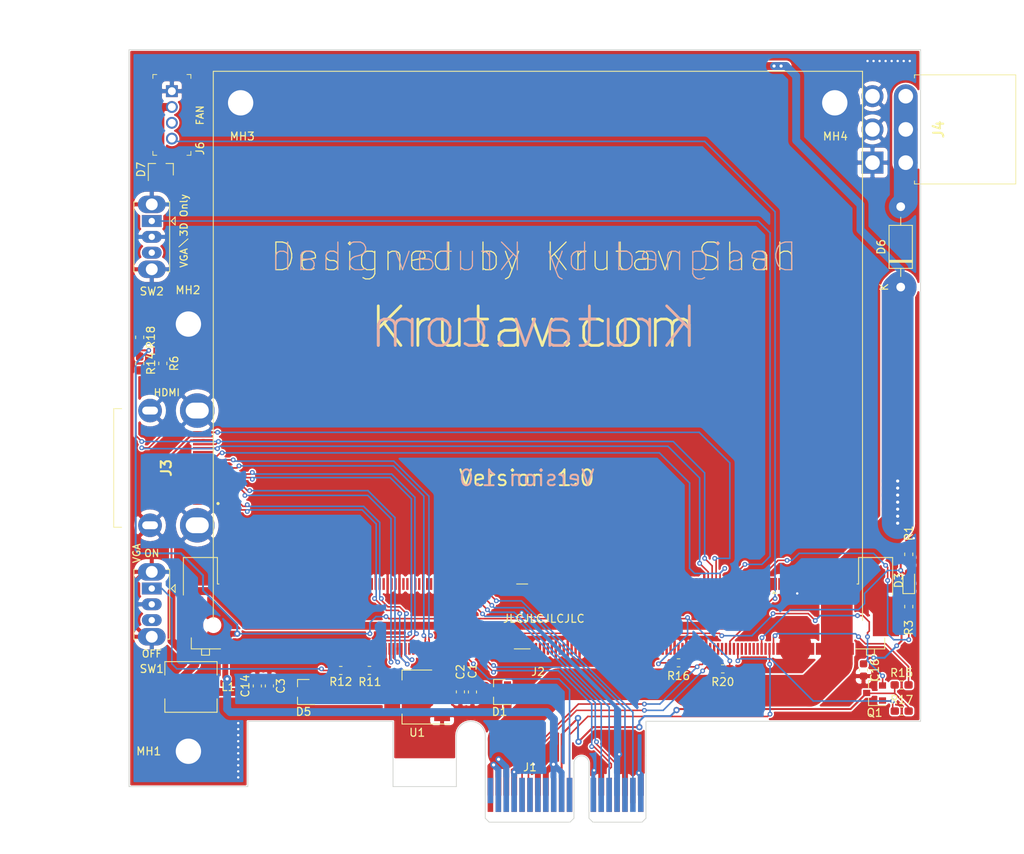
<source format=kicad_pcb>
(kicad_pcb (version 20171130) (host pcbnew "(5.1.6)-1")
  (layers (0 F.Cu signal) (31 B.Cu signal) (34 B.Paste user) (35 F.Paste user) (36 B.SilkS user) (37 F.SilkS user) (38 B.Mask user) (39 F.Mask user) (44 Edge.Cuts user))
  (net 0 "")
  (net 1 +12V)
  (net 2 GND)
  (net 3 +3V3)
  (net 4 "Net-(J1-PadB9)")
  (net 5 "Net-(J1-PadA1)")
  (net 6 "Net-(J1-PadB12)")
  (net 7 "Net-(J1-PadA5)")
  (net 8 "Net-(J1-PadA6)")
  (net 9 "Net-(J1-PadA7)")
  (net 10 "Net-(J1-PadA8)")
  (net 11 +5V)
  (net 12 "Net-(J2-Pad281)")
  (net 13 "Net-(J2-Pad274)")
  (net 14 "Net-(J2-Pad272)")
  (net 15 "Net-(J2-Pad270)")
  (net 16 "Net-(J2-Pad266)")
  (net 17 "Net-(J2-Pad264)")
  (net 18 "Net-(J2-Pad260)")
  (net 19 "Net-(J2-Pad258)")
  (net 20 "Net-(J2-Pad254)")
  (net 21 "Net-(J2-Pad252)")
  (net 22 "Net-(J2-Pad249)")
  (net 23 "Net-(J2-Pad248)")
  (net 24 "Net-(J2-Pad247)")
  (net 25 "Net-(J2-Pad246)")
  (net 26 "Net-(J2-Pad245)")
  (net 27 "Net-(J2-Pad243)")
  (net 28 "Net-(J2-Pad242)")
  (net 29 "Net-(J2-Pad241)")
  (net 30 "Net-(J2-Pad240)")
  (net 31 "Net-(J2-Pad239)")
  (net 32 "Net-(J2-Pad238)")
  (net 33 "Net-(J2-Pad237)")
  (net 34 "Net-(J2-Pad235)")
  (net 35 "Net-(J2-Pad234)")
  (net 36 "Net-(J2-Pad233)")
  (net 37 "Net-(J2-Pad231)")
  (net 38 "Net-(J2-Pad229)")
  (net 39 "Net-(J2-Pad227)")
  (net 40 "Net-(J2-Pad225)")
  (net 41 "Net-(J2-Pad223)")
  (net 42 "Net-(J2-Pad219)")
  (net 43 "Net-(J2-Pad217)")
  (net 44 "Net-(J2-Pad213)")
  (net 45 "Net-(J2-Pad211)")
  (net 46 "Net-(J2-Pad207)")
  (net 47 "Net-(J2-Pad205)")
  (net 48 "Net-(J2-Pad201)")
  (net 49 "Net-(J2-Pad199)")
  (net 50 "Net-(J2-Pad195)")
  (net 51 "Net-(J2-Pad193)")
  (net 52 "Net-(J2-Pad189)")
  (net 53 "Net-(J2-Pad187)")
  (net 54 "Net-(J2-Pad184)")
  (net 55 "Net-(J2-Pad183)")
  (net 56 "Net-(J2-Pad182)")
  (net 57 "Net-(J2-Pad181)")
  (net 58 "Net-(J2-Pad177)")
  (net 59 "Net-(J2-Pad175)")
  (net 60 "Net-(J2-Pad171)")
  (net 61 "Net-(J2-Pad169)")
  (net 62 "Net-(J2-Pad167)")
  (net 63 "Net-(J2-Pad165)")
  (net 64 "Net-(J2-Pad163)")
  (net 65 "Net-(J2-Pad161)")
  (net 66 "Net-(J2-Pad160)")
  (net 67 "Net-(J2-Pad159)")
  (net 68 "Net-(J2-Pad158)")
  (net 69 "Net-(J2-Pad45)")
  (net 70 "Net-(J2-Pad44)")
  (net 71 "Net-(J2-Pad43)")
  (net 72 "Net-(J2-Pad42)")
  (net 73 "Net-(J2-Pad41)")
  (net 74 "Net-(J2-Pad40)")
  (net 75 "Net-(J2-Pad39)")
  (net 76 "Net-(J2-Pad38)")
  (net 77 "Net-(J2-Pad30)")
  (net 78 "Net-(J2-Pad28)")
  (net 79 "Net-(J2-Pad27)")
  (net 80 "Net-(J2-Pad26)")
  (net 81 "Net-(J2-Pad25)")
  (net 82 "Net-(J2-Pad23)")
  (net 83 "Net-(J2-Pad22)")
  (net 84 "Net-(J2-Pad19)")
  (net 85 "Net-(J2-Pad18)")
  (net 86 "Net-(J2-Pad16)")
  (net 87 "Net-(J2-Pad14)")
  (net 88 "Net-(J2-Pad12)")
  (net 89 "Net-(J2-Pad10)")
  (net 90 "Net-(J2-Pad6)")
  (net 91 "Net-(FB1-Pad1)")
  (net 92 "Net-(FB2-Pad1)")
  (net 93 "Net-(FB3-Pad1)")
  (net 94 "Net-(FB4-Pad1)")
  (net 95 "Net-(FB5-Pad2)")
  (net 96 /WAKE)
  (net 97 /PET0_P)
  (net 98 /PET0_N)
  (net 99 /PERST)
  (net 100 /REFCLK_N)
  (net 101 /PER0_P)
  (net 102 /PER0_N)
  (net 103 /REFCLK_P)
  (net 104 "Net-(C4-Pad1)")
  (net 105 "Net-(C5-Pad1)")
  (net 106 "Net-(C6-Pad1)")
  (net 107 "Net-(C7-Pad1)")
  (net 108 "Net-(C8-Pad1)")
  (net 109 "Net-(C9-Pad1)")
  (net 110 "Net-(C10-Pad1)")
  (net 111 "Net-(C11-Pad1)")
  (net 112 "Net-(C12-Pad1)")
  (net 113 "Net-(C13-Pad1)")
  (net 114 /DP_D_HPD)
  (net 115 /DP_D_AUX)
  (net 116 /DP_D_AUX#)
  (net 117 /DP_D_L3)
  (net 118 /DP_D_L3#)
  (net 119 /PET1_P)
  (net 120 /PER1_P)
  (net 121 /PET1_N)
  (net 122 /PER1_N)
  (net 123 /PET2_P)
  (net 124 /PER2_P)
  (net 125 /PET2_N)
  (net 126 /PER2_N)
  (net 127 /PER3_P)
  (net 128 /PET3_P)
  (net 129 /PER3_N)
  (net 130 /PET3_N)
  (net 131 /PER4_P)
  (net 132 /PET4_P)
  (net 133 /PER4_N)
  (net 134 /PET4_N)
  (net 135 /PER5_P)
  (net 136 /PET5_P)
  (net 137 /PER5_N)
  (net 138 /PET5_N)
  (net 139 /PER6_P)
  (net 140 /PET6_P)
  (net 141 /PER6_N)
  (net 142 /PET6_N)
  (net 143 /PER7_P)
  (net 144 /PET7_P)
  (net 145 /PER7_N)
  (net 146 /PET7_N)
  (net 147 /PER8_P)
  (net 148 /PET8_P)
  (net 149 /PER8_N)
  (net 150 /PET8_N)
  (net 151 /PER9_P)
  (net 152 /PET9_P)
  (net 153 /PER9_N)
  (net 154 /PET9_N)
  (net 155 /PER10_P)
  (net 156 /PET10_P)
  (net 157 /PER10_N)
  (net 158 /PET10_N)
  (net 159 /PER11_P)
  (net 160 /PET11_P)
  (net 161 /PER11_N)
  (net 162 /PET11_N)
  (net 163 /PER12_P)
  (net 164 /PET12_P)
  (net 165 /PER12_N)
  (net 166 /PET12_N)
  (net 167 /PER13_P)
  (net 168 /PET13_P)
  (net 169 /PER13_N)
  (net 170 /PET13_N)
  (net 171 /PER14_P)
  (net 172 /PET14_P)
  (net 173 /PER14_N)
  (net 174 /PET14_N)
  (net 175 /PER15_P)
  (net 176 /PET15_P)
  (net 177 /PER15_N)
  (net 178 /PET15_N)
  (net 179 CEC)
  (net 180 /TH_OVERT#)
  (net 181 "Net-(C1-Pad1)")
  (net 182 "Net-(D5-Pad2)")
  (net 183 "Net-(D6-Pad2)")
  (net 184 +3.3VA)
  (net 185 /DP_A_HPD)
  (net 186 /D0_P)
  (net 187 /D0_N)
  (net 188 /D1_P)
  (net 189 /D1_N)
  (net 190 /D2_P)
  (net 191 /D2_N)
  (net 192 /CK_N)
  (net 193 /CK_P)
  (net 194 "Net-(J2-Pad154)")
  (net 195 /TMDS_SCL)
  (net 196 /TMDS_SDA)
  (net 197 /TMDS_HPD)
  (net 198 TH_PWM)
  (net 199 /VGA_DISABLE#)
  (net 200 /PRSNT_R#)
  (net 201 "Net-(J3-Pad14)")
  (net 202 /SMCLK)
  (net 203 /SMDAT)
  (net 204 Enable)
  (net 205 "Net-(D7-Pad1)")
  (net 206 "Net-(C14-Pad2)")
  (module Capacitor_SMD:C_0603_1608Metric (layer F.Cu) (at 162.306 128.41 270)
    (fp_text reference C16 (at 0 -1.43 90) (layer F.SilkS))
    (fp_text value C_0603_1608Metric)
    (pad 2 smd roundrect (at 0.775 0 270) (size 0.9 0.95) (layers F.Cu F.Paste F.Mask) (net 2 GND))
    (pad 1 smd roundrect (at -0.775 0 270) (size 0.9 0.95) (layers F.Cu F.Paste F.Mask) (net 204 Enable))
  )
  (module Inductor_SMD:L_6.3x6.3_H3 (layer F.Cu) (at 77.343 130.556)
    (fp_text reference L1 (at 4.699 0) (layer F.SilkS))
    (fp_text value L_6.3x6.3_H3)
    (pad 1 smd rect (at 2.75 0) (size 1.5 2.4) (layers F.Cu F.Paste F.Mask) (net 11 +5V))
    (pad 2 smd rect (at -2.75 0) (size 1.5 2.4) (layers F.Cu F.Paste F.Mask) (net 11 +5V))
  )
  (module Capacitor_SMD:C_0603_1608Metric (layer F.Cu) (at 85.725 130.429 270)
    (fp_text reference C14 (at 0 1.524 90) (layer F.SilkS))
    (fp_text value C_0603_1608Metric)
    (pad 2 smd roundrect (at 0.775 0 270) (size 0.9 0.95) (layers F.Cu F.Paste F.Mask) (net 11 +5V))
    (pad 1 smd roundrect (at -0.775 0 270) (size 0.9 0.95) (layers F.Cu F.Paste F.Mask) (net 2 GND))
  )
  (module Capacitor_SMD:C_0603_1608Metric (layer F.Cu) (at 87.249 130.429 270)
    (fp_text reference C3 (at 0 -1.43 90) (layer F.SilkS))
    (fp_text value C_0603_1608Metric)
    (pad 1 smd roundrect (at -0.775 0 270) (size 0.9 0.95) (layers F.Cu F.Paste F.Mask) (net 2 GND))
    (pad 2 smd roundrect (at 0.775 0 270) (size 0.9 0.95) (layers F.Cu F.Paste F.Mask) (net 11 +5V))
  )
  (module Capacitor_SMD:C_0603_1608Metric (layer F.Cu) (at 111.379 131.178 270)
    (fp_text reference C2 (at -2.527 0 90) (layer F.SilkS))
    (fp_text value C_0603_1608Metric)
    (pad 1 smd roundrect (at -0.775 0 270) (size 0.9 0.95) (layers F.Cu F.Paste F.Mask) (net 181 "Net-(C1-Pad1)"))
    (pad 2 smd roundrect (at 0.775 0 270) (size 0.9 0.95) (layers F.Cu F.Paste F.Mask) (net 2 GND))
  )
  (module Capacitor_SMD:C_0603_1608Metric (layer F.Cu) (at 112.903 131.191 270)
    (fp_text reference C1 (at -2.667 0 90) (layer F.SilkS))
    (fp_text value C_0603_1608Metric)
    (pad 1 smd roundrect (at -0.775 0 270) (size 0.9 0.95) (layers F.Cu F.Paste F.Mask) (net 181 "Net-(C1-Pad1)"))
    (pad 2 smd roundrect (at 0.775 0 270) (size 0.9 0.95) (layers F.Cu F.Paste F.Mask) (net 2 GND))
  )
  (module Resistor_SMD:R_0603_1608Metric_Pad1.05x0.95mm_HandSolder (layer F.Cu) (at 144.526 128.27)
    (fp_text reference R20 (at 0 1.651) (layer F.SilkS))
    (fp_text value R_0603_1608Metric_Pad1.05x0.95mm_HandSolder)
    (pad 1 smd roundrect (at -0.875 0) (size 1.05 0.95) (layers F.Cu F.Paste F.Mask) (net 203 /SMDAT))
    (pad 2 smd roundrect (at 0.875 0) (size 1.05 0.95) (layers F.Cu F.Paste F.Mask) (net 3 +3V3))
  )
  (module Resistor_SMD:R_0603_1608Metric_Pad1.05x0.95mm_HandSolder (layer F.Cu) (at 138.938 127.508)
    (fp_text reference R16 (at 0 1.651) (layer F.SilkS))
    (fp_text value R_0603_1608Metric_Pad1.05x0.95mm_HandSolder)
    (pad 1 smd roundrect (at -0.875 0) (size 1.05 0.95) (layers F.Cu F.Paste F.Mask) (net 3 +3V3))
    (pad 2 smd roundrect (at 0.875 0) (size 1.05 0.95) (layers F.Cu F.Paste F.Mask) (net 202 /SMCLK))
  )
  (module Resistor_SMD:R_0603_1608Metric_Pad1.05x0.95mm_HandSolder (layer F.Cu) (at 73.787 89.662 270)
    (fp_text reference R6 (at 0 -1.43 90) (layer F.SilkS))
    (fp_text value R_0603_1608Metric_Pad1.05x0.95mm_HandSolder)
    (pad 1 smd roundrect (at -0.875 0 270) (size 1.05 0.95) (layers F.Cu F.Paste F.Mask) (net 2 GND))
    (pad 2 smd roundrect (at 0.875 0 270) (size 1.05 0.95) (layers F.Cu F.Paste F.Mask) (net 197 /TMDS_HPD))
  )
  (module Resistor_SMD:R_0603_1608Metric_Pad1.05x0.95mm_HandSolder (layer F.Cu) (at 168.021 113.792 90)
    (fp_text reference R1 (at 2.667 0 90) (layer F.SilkS))
    (fp_text value R_0603_1608Metric_Pad1.05x0.95mm_HandSolder)
    (pad 2 smd roundrect (at 0.875 0 90) (size 1.05 0.95) (layers F.Cu F.Paste F.Mask) (net 204 Enable))
    (pad 1 smd roundrect (at -0.875 0 90) (size 1.05 0.95) (layers F.Cu F.Paste F.Mask) (net 2 GND))
  )
  (module Resistor_SMD:R_0603_1608Metric_Pad1.05x0.95mm_HandSolder (layer F.Cu) (at 168.021 120.396 90)
    (fp_text reference R3 (at -2.667 0 90) (layer F.SilkS))
    (fp_text value R_0603_1608Metric_Pad1.05x0.95mm_HandSolder)
    (pad 2 smd roundrect (at 0.875 0 90) (size 1.05 0.95) (layers F.Cu F.Paste F.Mask) (net 204 Enable))
    (pad 1 smd roundrect (at -0.875 0 90) (size 1.05 0.95) (layers F.Cu F.Paste F.Mask) (net 11 +5V))
  )
  (module LED_SMD:LED_0603_1608Metric_Pad1.05x0.95mm_HandSolder (layer F.Cu) (at 168.021 117.094 90)
    (fp_text reference D3 (at 0 -1.27 90) (layer F.SilkS))
    (fp_text value LED_0603_1608Metric_Pad1.05x0.95mm_HandSolder)
    (pad 2 smd roundrect (at 0.875 0 90) (size 1.05 0.95) (layers F.Cu F.Paste F.Mask) (net 204 Enable))
    (pad 1 smd roundrect (at -0.875 0 90) (size 1.05 0.95) (layers F.Cu F.Paste F.Mask) (net 2 GND))
  )
  (module Resistor_SMD:R_0603_1608Metric_Pad1.05x0.95mm_HandSolder (layer F.Cu) (at 167.132 133.604)
    (fp_text reference R17 (at 0 -1.43) (layer F.SilkS))
    (fp_text value R_0603_1608Metric_Pad1.05x0.95mm_HandSolder)
    (pad 1 smd roundrect (at -0.875 0) (size 1.05 0.95) (layers F.Cu F.Paste F.Mask) (net 180 /TH_OVERT#))
    (pad 2 smd roundrect (at 0.875 0) (size 1.05 0.95) (layers F.Cu F.Paste F.Mask) (net 184 +3.3VA))
  )
  (module Resistor_SMD:R_0603_1608Metric_Pad1.05x0.95mm_HandSolder (layer F.Cu) (at 70.866 86.36 270)
    (fp_text reference R18 (at 0 -1.397 90) (layer F.SilkS))
    (fp_text value R_0603_1608Metric_Pad1.05x0.95mm_HandSolder)
    (pad 1 smd roundrect (at -0.875 0 270) (size 1.05 0.95) (layers F.Cu F.Paste F.Mask) (net 195 /TMDS_SCL))
    (pad 2 smd roundrect (at 0.875 0 270) (size 1.05 0.95) (layers F.Cu F.Paste F.Mask) (net 3 +3V3))
  )
  (module Resistor_SMD:R_0603_1608Metric_Pad1.05x0.95mm_HandSolder (layer F.Cu) (at 70.866 89.662 270)
    (fp_text reference R14 (at 0 -1.43 90) (layer F.SilkS))
    (fp_text value R_0603_1608Metric_Pad1.05x0.95mm_HandSolder)
    (pad 2 smd roundrect (at 0.875 0 270) (size 1.05 0.95) (layers F.Cu F.Paste F.Mask) (net 196 /TMDS_SDA))
    (pad 1 smd roundrect (at -0.875 0 270) (size 1.05 0.95) (layers F.Cu F.Paste F.Mask) (net 3 +3V3))
  )
  (module Resistor_SMD:R_0603_1608Metric_Pad1.05x0.95mm_HandSolder (layer F.Cu) (at 167.118 130.302 180)
    (fp_text reference R15 (at 0 1.524) (layer F.SilkS))
    (fp_text value R_0603_1608Metric_Pad1.05x0.95mm_HandSolder)
    (pad 1 smd roundrect (at -0.875 0 180) (size 1.05 0.95) (layers F.Cu F.Paste F.Mask) (net 200 /PRSNT_R#))
    (pad 2 smd roundrect (at 0.875 0 180) (size 1.05 0.95) (layers F.Cu F.Paste F.Mask) (net 184 +3.3VA))
  )
  (module Diode_SMD:D_SOT-23_ANK (layer F.Cu) (at 73.533 65.151 90)
    (fp_text reference D7 (at 0 -2.5 90) (layer F.SilkS))
    (fp_text value PMEG4010ET)
    (pad 1 smd rect (at 1 0 90) (size 0.9 0.8) (layers F.Cu F.Paste F.Mask) (net 205 "Net-(D7-Pad1)"))
    (pad "" smd rect (at -1 0.95 90) (size 0.9 0.8) (layers F.Cu F.Paste F.Mask))
    (pad 2 smd rect (at -1 -0.95 90) (size 0.9 0.8) (layers F.Cu F.Paste F.Mask) (net 1 +12V))
  )
  (module Resistor_SMD:R_0603_1608Metric_Pad1.05x0.95mm_HandSolder (layer F.Cu) (at 99.8855 128.4605)
    (fp_text reference R11 (at 0.0635 1.4605) (layer F.SilkS))
    (fp_text value R_0603_1608Metric_Pad1.05x0.95mm_HandSolder)
    (pad 1 smd roundrect (at -0.875 0) (size 1.05 0.95) (layers F.Cu F.Paste F.Mask) (net 2 GND))
    (pad 2 smd roundrect (at 0.875 0) (size 1.05 0.95) (layers F.Cu F.Paste F.Mask) (net 95 "Net-(FB5-Pad2)"))
  )
  (module Button_Switch_THT:SW_Slide_1P2T_CK_OS102011MS2Q (layer F.Cu) (at 72.39 71.66 270)
    (fp_text reference SW2 (at 8.89 0 180) (layer F.SilkS))
    (fp_text value SW_Slide_1P2T_CK_OS102011MS2Q)
    (pad 1 thru_hole rect (at 0 0 270) (size 1.5 2.5) (drill 0.8) (layers *.Cu *.Mask) (net 199 /VGA_DISABLE#))
    (pad 2 thru_hole oval (at 2 0 270) (size 1.5 2.5) (drill 0.8) (layers *.Cu *.Mask) (net 2 GND))
    (pad 3 thru_hole oval (at 4 0 270) (size 1.5 2.5) (drill 0.8) (layers *.Cu *.Mask))
    (pad "" thru_hole oval (at -2.1 0 270) (size 2.2 3.5) (drill 1.5) (layers *.Cu *.Mask) (net 2 GND))
    (pad "" thru_hole oval (at 6.1 0 270) (size 2.2 3.5) (drill 1.5) (layers *.Cu *.Mask) (net 2 GND))
  )
  (module 455580003 (layer F.Cu) (at 167.64 55.88 270)
    (fp_text reference J4 (at 4.2 -4.156 90) (layer F.SilkS) (effects (font (size 1.27 1.27) (thickness 0.254))))
    (fp_text value 45558-0003 hide)
    (pad 1 thru_hole circle (at 0 0 270) (size 2.775 2.775) (drill 1.85) (layers *.Cu *.Mask) (net 183 "Net-(D6-Pad2)"))
    (pad 2 thru_hole circle (at 4.2 0 270) (size 2.775 2.775) (drill 1.85) (layers *.Cu *.Mask) (net 183 "Net-(D6-Pad2)"))
    (pad 3 thru_hole circle (at 8.4 0 270) (size 2.775 2.775) (drill 1.85) (layers *.Cu *.Mask) (net 183 "Net-(D6-Pad2)"))
    (pad 4 thru_hole circle (at 0 4.2 270) (size 2.775 2.775) (drill 1.85) (layers *.Cu *.Mask) (net 2 GND))
    (pad 5 thru_hole circle (at 4.2 4.2 270) (size 2.775 2.775) (drill 1.85) (layers *.Cu *.Mask) (net 2 GND))
    (pad 6 thru_hole rect (at 8.4 4.2 270) (size 2.775 2.775) (drill 1.85) (layers *.Cu *.Mask) (net 2 GND))
    (pad MH1 np_thru_hole circle (at 0 -7.3 270) (size 3.05 0) (drill 3.05) (layers *.Cu *.Mask))
    (pad MH2 np_thru_hole circle (at 8.4 -7.3 270) (size 3.05 0) (drill 3.05) (layers *.Cu *.Mask))
  )
  (module Connector_JAE:JAE_MM70-314-310B1 (layer F.Cu) (at 121.1834 121.6406 180)
    (fp_text reference J2 (at 0 -7) (layer F.SilkS))
    (fp_text value MXM3.0)
    (pad E4 smd rect (at -32.5 -4.1 180) (size 4.8 1.5) (layers F.Cu F.Paste F.Mask) (net 2 GND))
    (pad E2 smd rect (at -37.5 -4.1 180) (size 4.8 1.5) (layers F.Cu F.Paste F.Mask) (net 1 +12V))
    (pad E3 smd rect (at -32.75 4.1 180) (size 4.8 1.5) (layers F.Cu F.Paste F.Mask) (net 2 GND))
    (pad E1 smd rect (at -37.75 4.1 180) (size 4.8 1.5) (layers F.Cu F.Paste F.Mask) (net 1 +12V))
    (pad 280 smd rect (at 39.5 -4.1 180) (size 0.8 1.5) (layers F.Cu F.Paste F.Mask) (net 3 +3V3))
    (pad 281 smd rect (at 40 4.1 180) (size 0.3 1.5) (layers F.Cu F.Paste F.Mask) (net 12 "Net-(J2-Pad281)"))
    (pad 279 smd rect (at 39.5 4.1 180) (size 0.3 1.5) (layers F.Cu F.Paste F.Mask) (net 104 "Net-(C4-Pad1)"))
    (pad 278 smd rect (at 39.5 -4.1 180) (size 0.8 1.5) (layers F.Cu F.Paste F.Mask) (net 3 +3V3))
    (pad 277 smd rect (at 39 4.1 180) (size 0.3 1.5) (layers F.Cu F.Paste F.Mask) (net 105 "Net-(C5-Pad1)"))
    (pad 276 smd rect (at 38.75 -4.1 180) (size 0.3 1.5) (layers F.Cu F.Paste F.Mask) (net 185 /DP_A_HPD))
    (pad 275 smd rect (at 38.5 4.1 180) (size 0.3 1.5) (layers F.Cu F.Paste F.Mask) (net 2 GND))
    (pad 274 smd rect (at 38.25 -4.1 180) (size 0.3 1.5) (layers F.Cu F.Paste F.Mask) (net 13 "Net-(J2-Pad274)"))
    (pad 273 smd rect (at 38 4.1 180) (size 0.3 1.5) (layers F.Cu F.Paste F.Mask) (net 106 "Net-(C6-Pad1)"))
    (pad 272 smd rect (at 37.75 -4.1 180) (size 0.3 1.5) (layers F.Cu F.Paste F.Mask) (net 14 "Net-(J2-Pad272)"))
    (pad 271 smd rect (at 37.5 4.1 180) (size 0.3 1.5) (layers F.Cu F.Paste F.Mask) (net 107 "Net-(C7-Pad1)"))
    (pad 270 smd rect (at 37.25 -4.1 180) (size 0.3 1.5) (layers F.Cu F.Paste F.Mask) (net 15 "Net-(J2-Pad270)"))
    (pad 269 smd rect (at 37 4.1 180) (size 0.3 1.5) (layers F.Cu F.Paste F.Mask) (net 2 GND))
    (pad 268 smd rect (at 36.75 -4.1 180) (size 0.3 1.5) (layers F.Cu F.Paste F.Mask) (net 2 GND))
    (pad 267 smd rect (at 36.5 4.1 180) (size 0.3 1.5) (layers F.Cu F.Paste F.Mask) (net 108 "Net-(C8-Pad1)"))
    (pad 266 smd rect (at 36.25 -4.1 180) (size 0.3 1.5) (layers F.Cu F.Paste F.Mask) (net 16 "Net-(J2-Pad266)"))
    (pad 265 smd rect (at 36 4.1 180) (size 0.3 1.5) (layers F.Cu F.Paste F.Mask) (net 109 "Net-(C9-Pad1)"))
    (pad 264 smd rect (at 35.75 -4.1 180) (size 0.3 1.5) (layers F.Cu F.Paste F.Mask) (net 17 "Net-(J2-Pad264)"))
    (pad 263 smd rect (at 35.5 4.1 180) (size 0.3 1.5) (layers F.Cu F.Paste F.Mask) (net 2 GND))
    (pad 262 smd rect (at 35.25 -4.1 180) (size 0.3 1.5) (layers F.Cu F.Paste F.Mask) (net 2 GND))
    (pad 261 smd rect (at 35 4.1 180) (size 0.3 1.5) (layers F.Cu F.Paste F.Mask) (net 110 "Net-(C10-Pad1)"))
    (pad 260 smd rect (at 34.75 -4.1 180) (size 0.3 1.5) (layers F.Cu F.Paste F.Mask) (net 18 "Net-(J2-Pad260)"))
    (pad 259 smd rect (at 34.5 4.1 180) (size 0.3 1.5) (layers F.Cu F.Paste F.Mask) (net 111 "Net-(C11-Pad1)"))
    (pad 258 smd rect (at 34.25 -4.1 180) (size 0.3 1.5) (layers F.Cu F.Paste F.Mask) (net 19 "Net-(J2-Pad258)"))
    (pad 257 smd rect (at 34 4.1 180) (size 0.3 1.5) (layers F.Cu F.Paste F.Mask) (net 2 GND))
    (pad 256 smd rect (at 33.75 -4.1 180) (size 0.3 1.5) (layers F.Cu F.Paste F.Mask) (net 2 GND))
    (pad 255 smd rect (at 33.5 4.1 180) (size 0.3 1.5) (layers F.Cu F.Paste F.Mask) (net 112 "Net-(C12-Pad1)"))
    (pad 254 smd rect (at 33.25 -4.1 180) (size 0.3 1.5) (layers F.Cu F.Paste F.Mask) (net 20 "Net-(J2-Pad254)"))
    (pad 253 smd rect (at 33 4.1 180) (size 0.3 1.5) (layers F.Cu F.Paste F.Mask) (net 113 "Net-(C13-Pad1)"))
    (pad 252 smd rect (at 32.75 -4.1 180) (size 0.3 1.5) (layers F.Cu F.Paste F.Mask) (net 21 "Net-(J2-Pad252)"))
    (pad 251 smd rect (at 32.5 4.1 180) (size 0.3 1.5) (layers F.Cu F.Paste F.Mask) (net 2 GND))
    (pad 250 smd rect (at 32.25 -4.1 180) (size 0.3 1.5) (layers F.Cu F.Paste F.Mask) (net 2 GND))
    (pad 249 smd rect (at 32 4.1 180) (size 0.3 1.5) (layers F.Cu F.Paste F.Mask) (net 22 "Net-(J2-Pad249)"))
    (pad 248 smd rect (at 31.75 -4.1 180) (size 0.3 1.5) (layers F.Cu F.Paste F.Mask) (net 23 "Net-(J2-Pad248)"))
    (pad 247 smd rect (at 31.5 4.1 180) (size 0.3 1.5) (layers F.Cu F.Paste F.Mask) (net 24 "Net-(J2-Pad247)"))
    (pad 246 smd rect (at 31.25 -4.1 180) (size 0.3 1.5) (layers F.Cu F.Paste F.Mask) (net 25 "Net-(J2-Pad246)"))
    (pad 245 smd rect (at 31 4.1 180) (size 0.3 1.5) (layers F.Cu F.Paste F.Mask) (net 26 "Net-(J2-Pad245)"))
    (pad 244 smd rect (at 30.75 -4.1 180) (size 0.3 1.5) (layers F.Cu F.Paste F.Mask) (net 2 GND))
    (pad 243 smd rect (at 30.5 4.1 180) (size 0.3 1.5) (layers F.Cu F.Paste F.Mask) (net 27 "Net-(J2-Pad243)"))
    (pad 242 smd rect (at 30.25 -4.1 180) (size 0.3 1.5) (layers F.Cu F.Paste F.Mask) (net 28 "Net-(J2-Pad242)"))
    (pad 241 smd rect (at 30 4.1 180) (size 0.3 1.5) (layers F.Cu F.Paste F.Mask) (net 29 "Net-(J2-Pad241)"))
    (pad 240 smd rect (at 29.75 -4.1 180) (size 0.3 1.5) (layers F.Cu F.Paste F.Mask) (net 30 "Net-(J2-Pad240)"))
    (pad 239 smd rect (at 29.5 4.1 180) (size 0.3 1.5) (layers F.Cu F.Paste F.Mask) (net 31 "Net-(J2-Pad239)"))
    (pad 238 smd rect (at 29.25 -4.1 180) (size 0.3 1.5) (layers F.Cu F.Paste F.Mask) (net 32 "Net-(J2-Pad238)"))
    (pad 237 smd rect (at 29 4.1 180) (size 0.3 1.5) (layers F.Cu F.Paste F.Mask) (net 33 "Net-(J2-Pad237)"))
    (pad 236 smd rect (at 28.75 -4.1 180) (size 0.3 1.5) (layers F.Cu F.Paste F.Mask) (net 114 /DP_D_HPD))
    (pad 235 smd rect (at 28.5 4.1 180) (size 0.3 1.5) (layers F.Cu F.Paste F.Mask) (net 34 "Net-(J2-Pad235)"))
    (pad 234 smd rect (at 28.25 -4.1 180) (size 0.3 1.5) (layers F.Cu F.Paste F.Mask) (net 35 "Net-(J2-Pad234)"))
    (pad 233 smd rect (at 28 4.1 180) (size 0.3 1.5) (layers F.Cu F.Paste F.Mask) (net 36 "Net-(J2-Pad233)"))
    (pad 232 smd rect (at 27.75 -4.1 180) (size 0.3 1.5) (layers F.Cu F.Paste F.Mask) (net 115 /DP_D_AUX))
    (pad 231 smd rect (at 27.5 4.1 180) (size 0.3 1.5) (layers F.Cu F.Paste F.Mask) (net 37 "Net-(J2-Pad231)"))
    (pad 230 smd rect (at 27.25 -4.1 180) (size 0.3 1.5) (layers F.Cu F.Paste F.Mask) (net 116 /DP_D_AUX#))
    (pad 229 smd rect (at 27 4.1 180) (size 0.3 1.5) (layers F.Cu F.Paste F.Mask) (net 38 "Net-(J2-Pad229)"))
    (pad 228 smd rect (at 26.75 -4.1 180) (size 0.3 1.5) (layers F.Cu F.Paste F.Mask) (net 2 GND))
    (pad 227 smd rect (at 26.5 4.1 180) (size 0.3 1.5) (layers F.Cu F.Paste F.Mask) (net 39 "Net-(J2-Pad227)"))
    (pad 226 smd rect (at 26.25 -4.1 180) (size 0.3 1.5) (layers F.Cu F.Paste F.Mask) (net 117 /DP_D_L3))
    (pad 225 smd rect (at 26 4.1 180) (size 0.3 1.5) (layers F.Cu F.Paste F.Mask) (net 40 "Net-(J2-Pad225)"))
    (pad 224 smd rect (at 25.75 -4.1 180) (size 0.3 1.5) (layers F.Cu F.Paste F.Mask) (net 118 /DP_D_L3#))
    (pad 223 smd rect (at 25.5 4.1 180) (size 0.3 1.5) (layers F.Cu F.Paste F.Mask) (net 41 "Net-(J2-Pad223)"))
    (pad 222 smd rect (at 25.25 -4.1 180) (size 0.3 1.5) (layers F.Cu F.Paste F.Mask) (net 2 GND))
    (pad 221 smd rect (at 25 4.1 180) (size 0.3 1.5) (layers F.Cu F.Paste F.Mask) (net 2 GND))
    (pad 220 smd rect (at 24.75 -4.1 180) (size 0.3 1.5) (layers F.Cu F.Paste F.Mask) (net 117 /DP_D_L3))
    (pad 219 smd rect (at 24.5 4.1 180) (size 0.3 1.5) (layers F.Cu F.Paste F.Mask) (net 42 "Net-(J2-Pad219)"))
    (pad 218 smd rect (at 24.25 -4.1 180) (size 0.3 1.5) (layers F.Cu F.Paste F.Mask) (net 118 /DP_D_L3#))
    (pad 217 smd rect (at 24 4.1 180) (size 0.3 1.5) (layers F.Cu F.Paste F.Mask) (net 43 "Net-(J2-Pad217)"))
    (pad 216 smd rect (at 23.75 -4.1 180) (size 0.3 1.5) (layers F.Cu F.Paste F.Mask) (net 2 GND))
    (pad 215 smd rect (at 23.5 4.1 180) (size 0.3 1.5) (layers F.Cu F.Paste F.Mask) (net 2 GND))
    (pad 214 smd rect (at 23.25 -4.1 180) (size 0.3 1.5) (layers F.Cu F.Paste F.Mask) (net 117 /DP_D_L3))
    (pad 213 smd rect (at 23 4.1 180) (size 0.3 1.5) (layers F.Cu F.Paste F.Mask) (net 44 "Net-(J2-Pad213)"))
    (pad 212 smd rect (at 22.75 -4.1 180) (size 0.3 1.5) (layers F.Cu F.Paste F.Mask) (net 118 /DP_D_L3#))
    (pad 211 smd rect (at 22.5 4.1 180) (size 0.3 1.5) (layers F.Cu F.Paste F.Mask) (net 45 "Net-(J2-Pad211)"))
    (pad 210 smd rect (at 22.25 -4.1 180) (size 0.3 1.5) (layers F.Cu F.Paste F.Mask) (net 2 GND))
    (pad 209 smd rect (at 22 4.1 180) (size 0.3 1.5) (layers F.Cu F.Paste F.Mask) (net 2 GND))
    (pad 208 smd rect (at 21.75 -4.1 180) (size 0.3 1.5) (layers F.Cu F.Paste F.Mask) (net 117 /DP_D_L3))
    (pad 207 smd rect (at 21.5 4.1 180) (size 0.3 1.5) (layers F.Cu F.Paste F.Mask) (net 46 "Net-(J2-Pad207)"))
    (pad 206 smd rect (at 21.25 -4.1 180) (size 0.3 1.5) (layers F.Cu F.Paste F.Mask) (net 118 /DP_D_L3#))
    (pad 205 smd rect (at 21 4.1 180) (size 0.3 1.5) (layers F.Cu F.Paste F.Mask) (net 47 "Net-(J2-Pad205)"))
    (pad 204 smd rect (at 20.75 -4.1 180) (size 0.3 1.5) (layers F.Cu F.Paste F.Mask) (net 2 GND))
    (pad 203 smd rect (at 20.5 4.1 180) (size 0.3 1.5) (layers F.Cu F.Paste F.Mask) (net 2 GND))
    (pad 202 smd rect (at 20.25 -4.1 180) (size 0.3 1.5) (layers F.Cu F.Paste F.Mask) (net 186 /D0_P))
    (pad 201 smd rect (at 20 4.1 180) (size 0.3 1.5) (layers F.Cu F.Paste F.Mask) (net 48 "Net-(J2-Pad201)"))
    (pad 200 smd rect (at 19.75 -4.1 180) (size 0.3 1.5) (layers F.Cu F.Paste F.Mask) (net 187 /D0_N))
    (pad 199 smd rect (at 19.5 4.1 180) (size 0.3 1.5) (layers F.Cu F.Paste F.Mask) (net 49 "Net-(J2-Pad199)"))
    (pad 198 smd rect (at 19.25 -4.1 180) (size 0.3 1.5) (layers F.Cu F.Paste F.Mask) (net 2 GND))
    (pad 197 smd rect (at 19 4.1 180) (size 0.3 1.5) (layers F.Cu F.Paste F.Mask) (net 2 GND))
    (pad 196 smd rect (at 18.75 -4.1 180) (size 0.3 1.5) (layers F.Cu F.Paste F.Mask) (net 188 /D1_P))
    (pad 195 smd rect (at 18.5 4.1 180) (size 0.3 1.5) (layers F.Cu F.Paste F.Mask) (net 50 "Net-(J2-Pad195)"))
    (pad 194 smd rect (at 18.25 -4.1 180) (size 0.3 1.5) (layers F.Cu F.Paste F.Mask) (net 189 /D1_N))
    (pad 193 smd rect (at 18 4.1 180) (size 0.3 1.5) (layers F.Cu F.Paste F.Mask) (net 51 "Net-(J2-Pad193)"))
    (pad 192 smd rect (at 17.75 -4.1 180) (size 0.3 1.5) (layers F.Cu F.Paste F.Mask) (net 2 GND))
    (pad 191 smd rect (at 17.5 4.1 180) (size 0.3 1.5) (layers F.Cu F.Paste F.Mask) (net 2 GND))
    (pad 190 smd rect (at 17.25 -4.1 180) (size 0.3 1.5) (layers F.Cu F.Paste F.Mask) (net 190 /D2_P))
    (pad 189 smd rect (at 17 4.1 180) (size 0.3 1.5) (layers F.Cu F.Paste F.Mask) (net 52 "Net-(J2-Pad189)"))
    (pad 188 smd rect (at 16.75 -4.1 180) (size 0.3 1.5) (layers F.Cu F.Paste F.Mask) (net 191 /D2_N))
    (pad 187 smd rect (at 16.5 4.1 180) (size 0.3 1.5) (layers F.Cu F.Paste F.Mask) (net 53 "Net-(J2-Pad187)"))
    (pad 186 smd rect (at 16.25 -4.1 180) (size 0.3 1.5) (layers F.Cu F.Paste F.Mask) (net 2 GND))
    (pad 185 smd rect (at 16 4.1 180) (size 0.3 1.5) (layers F.Cu F.Paste F.Mask) (net 2 GND))
    (pad 184 smd rect (at 15.75 -4.1 180) (size 0.3 1.5) (layers F.Cu F.Paste F.Mask) (net 54 "Net-(J2-Pad184)"))
    (pad 183 smd rect (at 15.5 4.1 180) (size 0.3 1.5) (layers F.Cu F.Paste F.Mask) (net 55 "Net-(J2-Pad183)"))
    (pad 182 smd rect (at 15.25 -4.1 180) (size 0.3 1.5) (layers F.Cu F.Paste F.Mask) (net 56 "Net-(J2-Pad182)"))
    (pad 181 smd rect (at 15 4.1 180) (size 0.3 1.5) (layers F.Cu F.Paste F.Mask) (net 57 "Net-(J2-Pad181)"))
    (pad 180 smd rect (at 14.75 -4.1 180) (size 0.3 1.5) (layers F.Cu F.Paste F.Mask) (net 2 GND))
    (pad 179 smd rect (at 14.5 4.1 180) (size 0.3 1.5) (layers F.Cu F.Paste F.Mask) (net 2 GND))
    (pad 178 smd rect (at 14.25 -4.1 180) (size 0.3 1.5) (layers F.Cu F.Paste F.Mask) (net 193 /CK_P))
    (pad 177 smd rect (at 14 4.1 180) (size 0.3 1.5) (layers F.Cu F.Paste F.Mask) (net 58 "Net-(J2-Pad177)"))
    (pad 176 smd rect (at 13.75 -4.1 180) (size 0.3 1.5) (layers F.Cu F.Paste F.Mask) (net 192 /CK_N))
    (pad 175 smd rect (at 13.5 4.1 180) (size 0.3 1.5) (layers F.Cu F.Paste F.Mask) (net 59 "Net-(J2-Pad175)"))
    (pad 174 smd rect (at 13.25 -4.1 180) (size 0.3 1.5) (layers F.Cu F.Paste F.Mask) (net 2 GND))
    (pad 173 smd rect (at 13 4.1 180) (size 0.3 1.5) (layers F.Cu F.Paste F.Mask) (net 2 GND))
    (pad 172 smd rect (at 12.75 -4.1 180) (size 0.3 1.5) (layers F.Cu F.Paste F.Mask) (net 93 "Net-(FB3-Pad1)"))
    (pad 171 smd rect (at 12.5 4.1 180) (size 0.3 1.5) (layers F.Cu F.Paste F.Mask) (net 60 "Net-(J2-Pad171)"))
    (pad 170 smd rect (at 12.25 -4.1 180) (size 0.3 1.5) (layers F.Cu F.Paste F.Mask) (net 94 "Net-(FB4-Pad1)"))
    (pad 169 smd rect (at 12 4.1 180) (size 0.3 1.5) (layers F.Cu F.Paste F.Mask) (net 61 "Net-(J2-Pad169)"))
    (pad 168 smd rect (at 11.75 -4.1 180) (size 0.3 1.5) (layers F.Cu F.Paste F.Mask) (net 95 "Net-(FB5-Pad2)"))
    (pad 167 smd rect (at 11.5 4.1 180) (size 0.3 1.5) (layers F.Cu F.Paste F.Mask) (net 62 "Net-(J2-Pad167)"))
    (pad 166 smd rect (at 11.25 -4.1 180) (size 0.3 1.5) (layers F.Cu F.Paste F.Mask) (net 2 GND))
    (pad 165 smd rect (at 11 4.1 180) (size 0.3 1.5) (layers F.Cu F.Paste F.Mask) (net 63 "Net-(J2-Pad165)"))
    (pad 164 smd rect (at 10.75 -4.1 180) (size 0.3 1.5) (layers F.Cu F.Paste F.Mask) (net 91 "Net-(FB1-Pad1)"))
    (pad 163 smd rect (at 10.5 4.1 180) (size 0.3 1.5) (layers F.Cu F.Paste F.Mask) (net 64 "Net-(J2-Pad163)"))
    (pad 162 smd rect (at 10.25 -4.1 180) (size 0.3 1.5) (layers F.Cu F.Paste F.Mask) (net 92 "Net-(FB2-Pad1)"))
    (pad 161 smd rect (at 10 4.1 180) (size 0.3 1.5) (layers F.Cu F.Paste F.Mask) (net 65 "Net-(J2-Pad161)"))
    (pad 160 smd rect (at 9.75 -4.1 180) (size 0.3 1.5) (layers F.Cu F.Paste F.Mask) (net 66 "Net-(J2-Pad160)"))
    (pad 159 smd rect (at 9.5 4.1 180) (size 0.3 1.5) (layers F.Cu F.Paste F.Mask) (net 67 "Net-(J2-Pad159)"))
    (pad 158 smd rect (at 9.25 -4.1 180) (size 0.3 1.5) (layers F.Cu F.Paste F.Mask) (net 68 "Net-(J2-Pad158)"))
    (pad 157 smd rect (at 9 4.1 180) (size 0.3 1.5) (layers F.Cu F.Paste F.Mask) (net 2 GND))
    (pad 156 smd rect (at 8.75 -4.1 180) (size 0.3 1.5) (layers F.Cu F.Paste F.Mask) (net 99 /PERST))
    (pad 155 smd rect (at 8.5 4.1 180) (size 0.3 1.5) (layers F.Cu F.Paste F.Mask) (net 103 /REFCLK_P))
    (pad 154 smd rect (at 8.25 -4.1 180) (size 0.3 1.5) (layers F.Cu F.Paste F.Mask) (net 194 "Net-(J2-Pad154)"))
    (pad 153 smd rect (at 8 4.1 180) (size 0.3 1.5) (layers F.Cu F.Paste F.Mask) (net 100 /REFCLK_N))
    (pad 152 smd rect (at 7.75 -4.1 180) (size 0.3 1.5) (layers F.Cu F.Paste F.Mask) (net 2 GND))
    (pad 151 smd rect (at 7.5 4.1 180) (size 0.3 1.5) (layers F.Cu F.Paste F.Mask) (net 2 GND))
    (pad 150 smd rect (at 7.25 -4.1 180) (size 0.3 1.5) (layers F.Cu F.Paste F.Mask) (net 97 /PET0_P))
    (pad 149 smd rect (at 7 4.1 180) (size 0.3 1.5) (layers F.Cu F.Paste F.Mask) (net 101 /PER0_P))
    (pad 148 smd rect (at 6.75 -4.1 180) (size 0.3 1.5) (layers F.Cu F.Paste F.Mask) (net 98 /PET0_N))
    (pad 147 smd rect (at 6.5 4.1 180) (size 0.3 1.5) (layers F.Cu F.Paste F.Mask) (net 102 /PER0_N))
    (pad 146 smd rect (at 6.25 -4.1 180) (size 0.3 1.5) (layers F.Cu F.Paste F.Mask) (net 2 GND))
    (pad 145 smd rect (at 6 4.1 180) (size 0.3 1.5) (layers F.Cu F.Paste F.Mask) (net 2 GND))
    (pad 144 smd rect (at 5.75 -4.1 180) (size 0.3 1.5) (layers F.Cu F.Paste F.Mask) (net 119 /PET1_P))
    (pad 143 smd rect (at 5.5 4.1 180) (size 0.3 1.5) (layers F.Cu F.Paste F.Mask) (net 120 /PER1_P))
    (pad 142 smd rect (at 5.25 -4.1 180) (size 0.3 1.5) (layers F.Cu F.Paste F.Mask) (net 121 /PET1_N))
    (pad 141 smd rect (at 5 4.1 180) (size 0.3 1.5) (layers F.Cu F.Paste F.Mask) (net 122 /PER1_N))
    (pad 140 smd rect (at 4.75 -4.1 180) (size 0.3 1.5) (layers F.Cu F.Paste F.Mask) (net 2 GND))
    (pad 139 smd rect (at 4.5 4.1 180) (size 0.3 1.5) (layers F.Cu F.Paste F.Mask) (net 2 GND))
    (pad 138 smd rect (at 4.25 -4.1 180) (size 0.3 1.5) (layers F.Cu F.Paste F.Mask) (net 123 /PET2_P))
    (pad 137 smd rect (at 4 4.1 180) (size 0.3 1.5) (layers F.Cu F.Paste F.Mask) (net 124 /PER2_P))
    (pad 136 smd rect (at 3.75 -4.1 180) (size 0.3 1.5) (layers F.Cu F.Paste F.Mask) (net 125 /PET2_N))
    (pad 135 smd rect (at 3.5 4.1 180) (size 0.3 1.5) (layers F.Cu F.Paste F.Mask) (net 126 /PER2_N))
    (pad 134 smd rect (at 3.25 -4.1 180) (size 0.3 1.5) (layers F.Cu F.Paste F.Mask) (net 2 GND))
    (pad 133 smd rect (at 3 4.1 180) (size 0.3 1.5) (layers F.Cu F.Paste F.Mask) (net 2 GND))
    (pad 125 smd rect (at 1 4.1 180) (size 0.3 1.5) (layers F.Cu F.Paste F.Mask) (net 2 GND))
    (pad MP smd rect (at 43.95 0 180) (size 3.3 5) (layers F.Cu F.Paste F.Mask) (net 2 GND))
    (pad MP smd rect (at -43.95 0 180) (size 3.3 5) (layers F.Cu F.Paste F.Mask) (net 2 GND))
    (pad 124 smd rect (at 0.75 -4.1 180) (size 0.3 1.5) (layers F.Cu F.Paste F.Mask) (net 2 GND))
    (pad 123 smd rect (at 0.5 4.1 180) (size 0.3 1.5) (layers F.Cu F.Paste F.Mask) (net 127 /PER3_P))
    (pad 122 smd rect (at 0.25 -4.1 180) (size 0.3 1.5) (layers F.Cu F.Paste F.Mask) (net 128 /PET3_P))
    (pad 121 smd rect (at 0 4.1 180) (size 0.3 1.5) (layers F.Cu F.Paste F.Mask) (net 129 /PER3_N))
    (pad 120 smd rect (at -0.25 -4.1 180) (size 0.3 1.5) (layers F.Cu F.Paste F.Mask) (net 130 /PET3_N))
    (pad 119 smd rect (at -0.5 4.1 180) (size 0.3 1.5) (layers F.Cu F.Paste F.Mask) (net 2 GND))
    (pad 118 smd rect (at -0.75 -4.1 180) (size 0.3 1.5) (layers F.Cu F.Paste F.Mask) (net 2 GND))
    (pad 117 smd rect (at -1 4.1 180) (size 0.3 1.5) (layers F.Cu F.Paste F.Mask) (net 131 /PER4_P))
    (pad 116 smd rect (at -1.25 -4.1 180) (size 0.3 1.5) (layers F.Cu F.Paste F.Mask) (net 132 /PET4_P))
    (pad 115 smd rect (at -1.5 4.1 180) (size 0.3 1.5) (layers F.Cu F.Paste F.Mask) (net 133 /PER4_N))
    (pad 114 smd rect (at -1.75 -4.1 180) (size 0.3 1.5) (layers F.Cu F.Paste F.Mask) (net 134 /PET4_N))
    (pad 113 smd rect (at -2 4.1 180) (size 0.3 1.5) (layers F.Cu F.Paste F.Mask) (net 2 GND))
    (pad 112 smd rect (at -2.25 -4.1 180) (size 0.3 1.5) (layers F.Cu F.Paste F.Mask) (net 2 GND))
    (pad 111 smd rect (at -2.5 4.1 180) (size 0.3 1.5) (layers F.Cu F.Paste F.Mask) (net 135 /PER5_P))
    (pad 110 smd rect (at -2.75 -4.1 180) (size 0.3 1.5) (layers F.Cu F.Paste F.Mask) (net 136 /PET5_P))
    (pad 109 smd rect (at -3 4.1 180) (size 0.3 1.5) (layers F.Cu F.Paste F.Mask) (net 137 /PER5_N))
    (pad 108 smd rect (at -3.25 -4.1 180) (size 0.3 1.5) (layers F.Cu F.Paste F.Mask) (net 138 /PET5_N))
    (pad 107 smd rect (at -3.5 4.1 180) (size 0.3 1.5) (layers F.Cu F.Paste F.Mask) (net 2 GND))
    (pad 106 smd rect (at -3.75 -4.1 180) (size 0.3 1.5) (layers F.Cu F.Paste F.Mask) (net 2 GND))
    (pad 105 smd rect (at -4 4.1 180) (size 0.3 1.5) (layers F.Cu F.Paste F.Mask) (net 139 /PER6_P))
    (pad 104 smd rect (at -4.25 -4.1 180) (size 0.3 1.5) (layers F.Cu F.Paste F.Mask) (net 140 /PET6_P))
    (pad 103 smd rect (at -4.5 4.1 180) (size 0.3 1.5) (layers F.Cu F.Paste F.Mask) (net 141 /PER6_N))
    (pad 102 smd rect (at -4.75 -4.1 180) (size 0.3 1.5) (layers F.Cu F.Paste F.Mask) (net 142 /PET6_N))
    (pad 101 smd rect (at -5 4.1 180) (size 0.3 1.5) (layers F.Cu F.Paste F.Mask) (net 2 GND))
    (pad 100 smd rect (at -5.25 -4.1 180) (size 0.3 1.5) (layers F.Cu F.Paste F.Mask) (net 2 GND))
    (pad 99 smd rect (at -5.5 4.1 180) (size 0.3 1.5) (layers F.Cu F.Paste F.Mask) (net 143 /PER7_P))
    (pad 98 smd rect (at -5.75 -4.1 180) (size 0.3 1.5) (layers F.Cu F.Paste F.Mask) (net 144 /PET7_P))
    (pad 97 smd rect (at -6 4.1 180) (size 0.3 1.5) (layers F.Cu F.Paste F.Mask) (net 145 /PER7_N))
    (pad 96 smd rect (at -6.25 -4.1 180) (size 0.3 1.5) (layers F.Cu F.Paste F.Mask) (net 146 /PET7_N))
    (pad 95 smd rect (at -6.5 4.1 180) (size 0.3 1.5) (layers F.Cu F.Paste F.Mask) (net 2 GND))
    (pad 94 smd rect (at -6.75 -4.1 180) (size 0.3 1.5) (layers F.Cu F.Paste F.Mask) (net 2 GND))
    (pad 93 smd rect (at -7 4.1 180) (size 0.3 1.5) (layers F.Cu F.Paste F.Mask) (net 147 /PER8_P))
    (pad 92 smd rect (at -7.25 -4.1 180) (size 0.3 1.5) (layers F.Cu F.Paste F.Mask) (net 148 /PET8_P))
    (pad 91 smd rect (at -7.5 4.1 180) (size 0.3 1.5) (layers F.Cu F.Paste F.Mask) (net 149 /PER8_N))
    (pad 90 smd rect (at -7.75 -4.1 180) (size 0.3 1.5) (layers F.Cu F.Paste F.Mask) (net 150 /PET8_N))
    (pad 89 smd rect (at -8 4.1 180) (size 0.3 1.5) (layers F.Cu F.Paste F.Mask) (net 2 GND))
    (pad 88 smd rect (at -8.25 -4.1 180) (size 0.3 1.5) (layers F.Cu F.Paste F.Mask) (net 2 GND))
    (pad 87 smd rect (at -8.5 4.1 180) (size 0.3 1.5) (layers F.Cu F.Paste F.Mask) (net 151 /PER9_P))
    (pad 86 smd rect (at -8.75 -4.1 180) (size 0.3 1.5) (layers F.Cu F.Paste F.Mask) (net 152 /PET9_P))
    (pad 85 smd rect (at -9 4.1 180) (size 0.3 1.5) (layers F.Cu F.Paste F.Mask) (net 153 /PER9_N))
    (pad 84 smd rect (at -9.25 -4.1 180) (size 0.3 1.5) (layers F.Cu F.Paste F.Mask) (net 154 /PET9_N))
    (pad 83 smd rect (at -9.5 4.1 180) (size 0.3 1.5) (layers F.Cu F.Paste F.Mask) (net 2 GND))
    (pad 82 smd rect (at -9.75 -4.1 180) (size 0.3 1.5) (layers F.Cu F.Paste F.Mask) (net 2 GND))
    (pad 81 smd rect (at -10 4.1 180) (size 0.3 1.5) (layers F.Cu F.Paste F.Mask) (net 155 /PER10_P))
    (pad 80 smd rect (at -10.25 -4.1 180) (size 0.3 1.5) (layers F.Cu F.Paste F.Mask) (net 156 /PET10_P))
    (pad 79 smd rect (at -10.5 4.1 180) (size 0.3 1.5) (layers F.Cu F.Paste F.Mask) (net 157 /PER10_N))
    (pad 78 smd rect (at -10.75 -4.1 180) (size 0.3 1.5) (layers F.Cu F.Paste F.Mask) (net 158 /PET10_N))
    (pad 77 smd rect (at -11 4.1 180) (size 0.3 1.5) (layers F.Cu F.Paste F.Mask) (net 2 GND))
    (pad 76 smd rect (at -11.25 -4.1 180) (size 0.3 1.5) (layers F.Cu F.Paste F.Mask) (net 2 GND))
    (pad 75 smd rect (at -11.5 4.1 180) (size 0.3 1.5) (layers F.Cu F.Paste F.Mask) (net 159 /PER11_P))
    (pad 74 smd rect (at -11.75 -4.1 180) (size 0.3 1.5) (layers F.Cu F.Paste F.Mask) (net 160 /PET11_P))
    (pad 73 smd rect (at -12 4.1 180) (size 0.3 1.5) (layers F.Cu F.Paste F.Mask) (net 161 /PER11_N))
    (pad 72 smd rect (at -12.25 -4.1 180) (size 0.3 1.5) (layers F.Cu F.Paste F.Mask) (net 162 /PET11_N))
    (pad 71 smd rect (at -12.5 4.1 180) (size 0.3 1.5) (layers F.Cu F.Paste F.Mask) (net 2 GND))
    (pad 70 smd rect (at -12.75 -4.1 180) (size 0.3 1.5) (layers F.Cu F.Paste F.Mask) (net 2 GND))
    (pad 69 smd rect (at -13 4.1 180) (size 0.3 1.5) (layers F.Cu F.Paste F.Mask) (net 163 /PER12_P))
    (pad 68 smd rect (at -13.25 -4.1 180) (size 0.3 1.5) (layers F.Cu F.Paste F.Mask) (net 164 /PET12_P))
    (pad 67 smd rect (at -13.5 4.1 180) (size 0.3 1.5) (layers F.Cu F.Paste F.Mask) (net 165 /PER12_N))
    (pad 66 smd rect (at -13.75 -4.1 180) (size 0.3 1.5) (layers F.Cu F.Paste F.Mask) (net 166 /PET12_N))
    (pad 65 smd rect (at -14 4.1 180) (size 0.3 1.5) (layers F.Cu F.Paste F.Mask) (net 2 GND))
    (pad 64 smd rect (at -14.25 -4.1 180) (size 0.3 1.5) (layers F.Cu F.Paste F.Mask) (net 2 GND))
    (pad 63 smd rect (at -14.5 4.1 180) (size 0.3 1.5) (layers F.Cu F.Paste F.Mask) (net 167 /PER13_P))
    (pad 62 smd rect (at -14.75 -4.1 180) (size 0.3 1.5) (layers F.Cu F.Paste F.Mask) (net 168 /PET13_P))
    (pad 61 smd rect (at -15 4.1 180) (size 0.3 1.5) (layers F.Cu F.Paste F.Mask) (net 169 /PER13_N))
    (pad 60 smd rect (at -15.25 -4.1 180) (size 0.3 1.5) (layers F.Cu F.Paste F.Mask) (net 170 /PET13_N))
    (pad 59 smd rect (at -15.5 4.1 180) (size 0.3 1.5) (layers F.Cu F.Paste F.Mask) (net 2 GND))
    (pad 58 smd rect (at -15.75 -4.1 180) (size 0.3 1.5) (layers F.Cu F.Paste F.Mask) (net 2 GND))
    (pad 57 smd rect (at -16 4.1 180) (size 0.3 1.5) (layers F.Cu F.Paste F.Mask) (net 171 /PER14_P))
    (pad 56 smd rect (at -16.25 -4.1 180) (size 0.3 1.5) (layers F.Cu F.Paste F.Mask) (net 172 /PET14_P))
    (pad 55 smd rect (at -16.5 4.1 180) (size 0.3 1.5) (layers F.Cu F.Paste F.Mask) (net 173 /PER14_N))
    (pad 54 smd rect (at -16.75 -4.1 180) (size 0.3 1.5) (layers F.Cu F.Paste F.Mask) (net 174 /PET14_N))
    (pad 53 smd rect (at -17 4.1 180) (size 0.3 1.5) (layers F.Cu F.Paste F.Mask) (net 2 GND))
    (pad 52 smd rect (at -17.25 -4.1 180) (size 0.3 1.5) (layers F.Cu F.Paste F.Mask) (net 2 GND))
    (pad 51 smd rect (at -17.5 4.1 180) (size 0.3 1.5) (layers F.Cu F.Paste F.Mask) (net 175 /PER15_P))
    (pad 50 smd rect (at -17.75 -4.1 180) (size 0.3 1.5) (layers F.Cu F.Paste F.Mask) (net 176 /PET15_P))
    (pad 49 smd rect (at -18 4.1 180) (size 0.3 1.5) (layers F.Cu F.Paste F.Mask) (net 177 /PER15_N))
    (pad 48 smd rect (at -18.25 -4.1 180) (size 0.3 1.5) (layers F.Cu F.Paste F.Mask) (net 178 /PET15_N))
    (pad 47 smd rect (at -18.5 4.1 180) (size 0.3 1.5) (layers F.Cu F.Paste F.Mask) (net 2 GND))
    (pad 46 smd rect (at -18.75 -4.1 180) (size 0.3 1.5) (layers F.Cu F.Paste F.Mask) (net 2 GND))
    (pad 45 smd rect (at -19 4.1 180) (size 0.3 1.5) (layers F.Cu F.Paste F.Mask) (net 69 "Net-(J2-Pad45)"))
    (pad 44 smd rect (at -19.25 -4.1 180) (size 0.3 1.5) (layers F.Cu F.Paste F.Mask) (net 70 "Net-(J2-Pad44)"))
    (pad 43 smd rect (at -19.5 4.1 180) (size 0.3 1.5) (layers F.Cu F.Paste F.Mask) (net 71 "Net-(J2-Pad43)"))
    (pad 42 smd rect (at -19.75 -4.1 180) (size 0.3 1.5) (layers F.Cu F.Paste F.Mask) (net 72 "Net-(J2-Pad42)"))
    (pad 41 smd rect (at -20 4.1 180) (size 0.3 1.5) (layers F.Cu F.Paste F.Mask) (net 73 "Net-(J2-Pad41)"))
    (pad 40 smd rect (at -20.25 -4.1 180) (size 0.3 1.5) (layers F.Cu F.Paste F.Mask) (net 74 "Net-(J2-Pad40)"))
    (pad 39 smd rect (at -20.5 4.1 180) (size 0.3 1.5) (layers F.Cu F.Paste F.Mask) (net 75 "Net-(J2-Pad39)"))
    (pad 38 smd rect (at -20.75 -4.1 180) (size 0.3 1.5) (layers F.Cu F.Paste F.Mask) (net 76 "Net-(J2-Pad38)"))
    (pad 37 smd rect (at -21 4.1 180) (size 0.3 1.5) (layers F.Cu F.Paste F.Mask) (net 2 GND))
    (pad 36 smd rect (at -21.25 -4.1 180) (size 0.3 1.5) (layers F.Cu F.Paste F.Mask) (net 2 GND))
    (pad 35 smd rect (at -21.5 4.1 180) (size 0.3 1.5) (layers F.Cu F.Paste F.Mask) (net 195 /TMDS_SCL))
    (pad 34 smd rect (at -21.75 -4.1 180) (size 0.3 1.5) (layers F.Cu F.Paste F.Mask) (net 202 /SMCLK))
    (pad 33 smd rect (at -22 4.1 180) (size 0.3 1.5) (layers F.Cu F.Paste F.Mask) (net 196 /TMDS_SDA))
    (pad 32 smd rect (at -22.25 -4.1 180) (size 0.3 1.5) (layers F.Cu F.Paste F.Mask) (net 203 /SMDAT))
    (pad 31 smd rect (at -22.5 4.1 180) (size 0.3 1.5) (layers F.Cu F.Paste F.Mask) (net 197 /TMDS_HPD))
    (pad 30 smd rect (at -22.75 -4.1 180) (size 0.3 1.5) (layers F.Cu F.Paste F.Mask) (net 77 "Net-(J2-Pad30)"))
    (pad 29 smd rect (at -23 4.1 180) (size 0.3 1.5) (layers F.Cu F.Paste F.Mask) (net 179 CEC))
    (pad 28 smd rect (at -23.25 -4.1 180) (size 0.3 1.5) (layers F.Cu F.Paste F.Mask) (net 78 "Net-(J2-Pad28)"))
    (pad 27 smd rect (at -23.5 4.1 180) (size 0.3 1.5) (layers F.Cu F.Paste F.Mask) (net 79 "Net-(J2-Pad27)"))
    (pad 26 smd rect (at -23.75 -4.1 180) (size 0.3 1.5) (layers F.Cu F.Paste F.Mask) (net 80 "Net-(J2-Pad26)"))
    (pad 25 smd rect (at -24 4.1 180) (size 0.3 1.5) (layers F.Cu F.Paste F.Mask) (net 81 "Net-(J2-Pad25)"))
    (pad 24 smd rect (at -24.25 -4.1 180) (size 0.3 1.5) (layers F.Cu F.Paste F.Mask) (net 198 TH_PWM))
    (pad 23 smd rect (at -24.5 4.1 180) (size 0.3 1.5) (layers F.Cu F.Paste F.Mask) (net 82 "Net-(J2-Pad23)"))
    (pad 22 smd rect (at -24.75 -4.1 180) (size 0.3 1.5) (layers F.Cu F.Paste F.Mask) (net 83 "Net-(J2-Pad22)"))
    (pad 21 smd rect (at -25 4.1 180) (size 0.3 1.5) (layers F.Cu F.Paste F.Mask) (net 199 /VGA_DISABLE#))
    (pad 20 smd rect (at -25.25 -4.1 180) (size 0.3 1.5) (layers F.Cu F.Paste F.Mask) (net 180 /TH_OVERT#))
    (pad 19 smd rect (at -25.5 4.1 180) (size 0.3 1.5) (layers F.Cu F.Paste F.Mask) (net 84 "Net-(J2-Pad19)"))
    (pad 18 smd rect (at -25.75 -4.1 180) (size 0.3 1.5) (layers F.Cu F.Paste F.Mask) (net 85 "Net-(J2-Pad18)"))
    (pad 17 smd rect (at -26.75 4.1 180) (size 1.8 1.5) (layers F.Cu F.Paste F.Mask) (net 2 GND))
    (pad 16 smd rect (at -26.25 -4.1 180) (size 0.3 1.5) (layers F.Cu F.Paste F.Mask) (net 86 "Net-(J2-Pad16)"))
    (pad 15 smd rect (at -26.75 4.1 180) (size 1.8 1.5) (layers F.Cu F.Paste F.Mask) (net 2 GND))
    (pad 14 smd rect (at -26.75 -4.1 180) (size 0.3 1.5) (layers F.Cu F.Paste F.Mask) (net 87 "Net-(J2-Pad14)"))
    (pad 13 smd rect (at -26.75 4.1 180) (size 1.8 1.5) (layers F.Cu F.Paste F.Mask) (net 2 GND))
    (pad 12 smd rect (at -27.25 -4.1 180) (size 0.3 1.5) (layers F.Cu F.Paste F.Mask) (net 88 "Net-(J2-Pad12)"))
    (pad 11 smd rect (at -26.75 4.1 180) (size 1.8 1.5) (layers F.Cu F.Paste F.Mask) (net 2 GND))
    (pad 10 smd rect (at -27.75 -4.1 180) (size 0.3 1.5) (layers F.Cu F.Paste F.Mask) (net 89 "Net-(J2-Pad10)"))
    (pad 9 smd rect (at -29 4.1 180) (size 2.3 1.5) (layers F.Cu F.Paste F.Mask) (net 11 +5V))
    (pad 8 smd rect (at -28.25 -4.1 180) (size 0.3 1.5) (layers F.Cu F.Paste F.Mask) (net 204 Enable))
    (pad 7 smd rect (at -29 4.1 180) (size 2.3 1.5) (layers F.Cu F.Paste F.Mask) (net 11 +5V))
    (pad 6 smd rect (at -28.75 -4.1 180) (size 0.3 1.5) (layers F.Cu F.Paste F.Mask) (net 90 "Net-(J2-Pad6)"))
    (pad 5 smd rect (at -29 4.1 180) (size 2.3 1.5) (layers F.Cu F.Paste F.Mask) (net 11 +5V))
    (pad 4 smd rect (at -29.25 -4.1 180) (size 0.3 1.5) (layers F.Cu F.Paste F.Mask) (net 96 /WAKE))
    (pad 3 smd rect (at -29 4.1 180) (size 2.3 1.5) (layers F.Cu F.Paste F.Mask) (net 11 +5V))
    (pad 2 smd rect (at -29.75 -4.1 180) (size 0.3 1.5) (layers F.Cu F.Paste F.Mask) (net 200 /PRSNT_R#))
    (pad 1 smd rect (at -29 4.1 180) (size 2.3 1.5) (layers F.Cu F.Paste F.Mask) (net 11 +5V))
    (pad "" np_thru_hole circle (at -41 -1.1 180) (size 1.1 1.1) (drill 1.1) (layers *.Cu *.Mask))
    (pad "" np_thru_hole circle (at 41 -1.1 180) (size 1.6 1.6) (drill 1.6) (layers *.Cu *.Mask))
  )
  (module Resistor_SMD:R_0603_1608Metric_Pad1.05x0.95mm_HandSolder (layer F.Cu) (at 96.266 128.4732 180)
    (fp_text reference R12 (at 0 -1.43) (layer F.SilkS))
    (fp_text value R_0603_1608Metric_Pad1.05x0.95mm_HandSolder)
    (pad 2 smd roundrect (at 0.875 0 180) (size 1.05 0.95) (layers F.Cu F.Paste F.Mask))
    (pad 1 smd roundrect (at -0.875 0 180) (size 1.05 0.95) (layers F.Cu F.Paste F.Mask) (net 95 "Net-(FB5-Pad2)"))
  )
  (module digikey-footprints:PinHeader_1x4_P2mm_Drill1mm (layer F.Cu) (at 74.93 55.245 270)
    (fp_text reference J6 (at 7.239 -3.556 90) (layer F.SilkS))
    (fp_text value PinHeader_1x4_P2mm_Drill1mm)
    (pad 4 thru_hole circle (at 6 0 270) (size 1.5 1.5) (drill 1) (layers *.Cu *.Mask) (net 198 TH_PWM))
    (pad 3 thru_hole circle (at 4 0 270) (size 1.5 1.5) (drill 1) (layers *.Cu *.Mask))
    (pad 2 thru_hole circle (at 2 0 270) (size 1.5 1.5) (drill 1) (layers *.Cu *.Mask) (net 205 "Net-(D7-Pad1)"))
    (pad 1 thru_hole rect (at 0 0 270) (size 1.5 1.5) (drill 1) (layers *.Cu *.Mask) (net 2 GND))
  )
  (module Connector_PCBEdge:BUS_PCIexpress_x1 (layer F.Cu) (at 115.17122 144.20124)
    (fp_text reference J1 (at 5 -3.5) (layer F.SilkS))
    (fp_text value Bus_PCI_Express_x1)
    (fp_line (start 10.55 -4) (end 10.55 2.95) (layer Edge.Cuts) (width 0.1))
    (fp_line (start 12.45 -4) (end 12.45 2.95) (layer Edge.Cuts) (width 0.1))
    (fp_line (start -0.65 -4.95) (end -0.65 2.95) (layer Edge.Cuts) (width 0.1))
    (fp_line (start -0.15 3.45) (end 10.05 3.45) (layer Edge.Cuts) (width 0.1))
    (fp_line (start 19.65 -4.95) (end 19.65 2.95) (layer Edge.Cuts) (width 0.1))
    (fp_line (start 12.95 3.45) (end 19.15 3.45) (layer Edge.Cuts) (width 0.1))
    (fp_line (start -0.65 2.95) (end -0.15 3.45) (layer Edge.Cuts) (width 0.1))
    (fp_line (start 10.55 2.95) (end 10.05 3.45) (layer Edge.Cuts) (width 0.1))
    (fp_line (start 12.45 2.95) (end 12.95 3.45) (layer Edge.Cuts) (width 0.1))
    (fp_line (start 19.65 2.95) (end 19.15 3.45) (layer Edge.Cuts) (width 0.1))
    (fp_arc (start 11.5 -4) (end 12.45 -4) (angle -180) (layer Edge.Cuts) (width 0.1))
    (pad B1 connect rect (at 0 0) (size 0.7 4.3) (layers F.Cu F.Mask) (net 1 +12V))
    (pad B2 connect rect (at 1 0) (size 0.7 4.3) (layers F.Cu F.Mask) (net 1 +12V))
    (pad B3 connect rect (at 2 0) (size 0.7 4.3) (layers F.Cu F.Mask) (net 1 +12V))
    (pad B4 connect rect (at 3 0) (size 0.7 4.3) (layers F.Cu F.Mask) (net 2 GND))
    (pad B5 connect rect (at 4 0) (size 0.7 4.3) (layers F.Cu F.Mask) (net 202 /SMCLK))
    (pad B6 connect rect (at 5 0) (size 0.7 4.3) (layers F.Cu F.Mask) (net 203 /SMDAT))
    (pad B7 connect rect (at 6 0) (size 0.7 4.3) (layers F.Cu F.Mask) (net 2 GND))
    (pad B8 connect rect (at 7 0) (size 0.7 4.3) (layers F.Cu F.Mask) (net 3 +3V3))
    (pad B9 connect rect (at 8 0) (size 0.7 4.3) (layers F.Cu F.Mask) (net 4 "Net-(J1-PadB9)"))
    (pad B10 connect rect (at 9 0) (size 0.7 4.3) (layers F.Cu F.Mask) (net 184 +3.3VA))
    (pad B11 connect rect (at 10 0) (size 0.7 4.3) (layers F.Cu F.Mask) (net 96 /WAKE))
    (pad B14 connect rect (at 15 0) (size 0.7 4.3) (layers F.Cu F.Mask) (net 97 /PET0_P))
    (pad B15 connect rect (at 16 0) (size 0.7 4.3) (layers F.Cu F.Mask) (net 98 /PET0_N))
    (pad B16 connect rect (at 17 0) (size 0.7 4.3) (layers F.Cu F.Mask) (net 2 GND))
    (pad B17 connect rect (at 18 -0.55) (size 0.7 3.2) (layers F.Cu F.Mask) (net 5 "Net-(J1-PadA1)"))
    (pad B18 connect rect (at 19 0) (size 0.7 4.3) (layers F.Cu F.Mask) (net 2 GND))
    (pad B12 connect rect (at 13 0) (size 0.7 4.3) (layers F.Cu F.Mask) (net 6 "Net-(J1-PadB12)"))
    (pad B13 connect rect (at 14 0) (size 0.7 4.3) (layers F.Cu F.Mask) (net 2 GND))
    (pad A1 connect rect (at 0 -0.55) (size 0.7 3.2) (layers B.Cu B.Mask) (net 5 "Net-(J1-PadA1)"))
    (pad A2 connect rect (at 1 0) (size 0.7 4.3) (layers B.Cu B.Mask) (net 1 +12V))
    (pad A3 connect rect (at 2 0) (size 0.7 4.3) (layers B.Cu B.Mask) (net 1 +12V))
    (pad A4 connect rect (at 3 0) (size 0.7 4.3) (layers B.Cu B.Mask) (net 2 GND))
    (pad A5 connect rect (at 4 0) (size 0.7 4.3) (layers B.Cu B.Mask) (net 7 "Net-(J1-PadA5)"))
    (pad A6 connect rect (at 5 0) (size 0.7 4.3) (layers B.Cu B.Mask) (net 8 "Net-(J1-PadA6)"))
    (pad A7 connect rect (at 6 0) (size 0.7 4.3) (layers B.Cu B.Mask) (net 9 "Net-(J1-PadA7)"))
    (pad A8 connect rect (at 7 0) (size 0.7 4.3) (layers B.Cu B.Mask) (net 10 "Net-(J1-PadA8)"))
    (pad A9 connect rect (at 8 0) (size 0.7 4.3) (layers B.Cu B.Mask) (net 3 +3V3))
    (pad A10 connect rect (at 9 0) (size 0.7 4.3) (layers B.Cu B.Mask) (net 3 +3V3))
    (pad A11 connect rect (at 10 0) (size 0.7 4.3) (layers B.Cu B.Mask) (net 99 /PERST))
    (pad A14 connect rect (at 15 0) (size 0.7 4.3) (layers B.Cu B.Mask) (net 100 /REFCLK_N))
    (pad A15 connect rect (at 16 0) (size 0.7 4.3) (layers B.Cu B.Mask) (net 2 GND))
    (pad A16 connect rect (at 17 0) (size 0.7 4.3) (layers B.Cu B.Mask) (net 101 /PER0_P))
    (pad A17 connect rect (at 18 0) (size 0.7 4.3) (layers B.Cu B.Mask) (net 102 /PER0_N))
    (pad A18 connect rect (at 19 0) (size 0.7 4.3) (layers B.Cu B.Mask) (net 2 GND))
    (pad A12 connect rect (at 13 0) (size 0.7 4.3) (layers B.Cu B.Mask) (net 2 GND))
    (pad A13 connect rect (at 14 0) (size 0.7 4.3) (layers B.Cu B.Mask) (net 103 /REFCLK_P))
  )
  (module Button_Switch_THT:SW_Slide_1P2T_CK_OS102011MS2Q (layer F.Cu) (at 72.39 118.11 270)
    (fp_text reference SW1 (at 10.16 0 180) (layer F.SilkS))
    (fp_text value SW_Slide_1P2T_CK_OS102011MS2Q)
    (pad "" thru_hole oval (at 6.1 0 270) (size 2.2 3.5) (drill 1.5) (layers *.Cu *.Mask) (net 2 GND))
    (pad "" thru_hole oval (at -2.1 0 270) (size 2.2 3.5) (drill 1.5) (layers *.Cu *.Mask) (net 2 GND))
    (pad 3 thru_hole oval (at 4 0 270) (size 1.5 2.5) (drill 0.8) (layers *.Cu *.Mask))
    (pad 2 thru_hole oval (at 2 0 270) (size 1.5 2.5) (drill 0.8) (layers *.Cu *.Mask) (net 2 GND))
    (pad 1 thru_hole rect (at 0 0 270) (size 1.5 2.5) (drill 0.8) (layers *.Cu *.Mask))
  )
  (module MountingHole:MountingHole_3.2mm_M3_Pad (layer F.Cu) (at 77.02 138.684)
    (fp_text reference MH1 (at -5.011 0) (layer F.SilkS))
    (fp_text value MountingHole_3.2mm_M3_Pad)
    (pad 1 thru_hole circle (at 0 0) (size 6.4 6.4) (drill 3.2) (layers *.Cu *.Mask) (net 2 GND))
  )
  (module MountingHole:MountingHole_3.2mm_M3_Pad (layer F.Cu) (at 77.02 84.684)
    (fp_text reference MH2 (at -0.058 -4.293) (layer F.SilkS))
    (fp_text value MountingHole_3.2mm_M3_Pad)
    (pad 1 thru_hole circle (at 0 0) (size 6.4 6.4) (drill 3.2) (layers *.Cu *.Mask) (net 2 GND))
  )
  (module MountingHole:MountingHole_3.2mm_M3_Pad (layer F.Cu) (at 83.6168 56.7182 90)
    (fp_text reference MH3 (at -4.2418 0.2032 180) (layer F.SilkS))
    (fp_text value MountingHole_3.2mm_M3_Pad)
    (pad 1 thru_hole circle (at 0 0 90) (size 6.4 6.4) (drill 3.2) (layers *.Cu *.Mask) (net 2 GND))
  )
  (module MountingHole:MountingHole_3.2mm_M3_Pad (layer F.Cu) (at 158.6738 56.7182 90)
    (fp_text reference MH4 (at -4.2418 0.0762 180) (layer F.SilkS))
    (fp_text value MountingHole_3.2mm_M3_Pad)
    (pad 1 thru_hole circle (at 0 0 90) (size 6.4 6.4) (drill 3.2) (layers *.Cu *.Mask) (net 2 GND))
  )
  (module 2086581081 (layer F.Cu) (at 73.66 102.87 270)
    (fp_text reference J3 (at 0 -0.563 90) (layer F.SilkS) (effects (font (size 1.27 1.27) (thickness 0.254))))
    (fp_text value 208658-1081 hide)
    (pad 1 smd rect (at 4.5 -5.235 270) (size 0.3 2.6) (layers F.Cu F.Paste F.Mask) (net 190 /D2_P))
    (pad 2 smd rect (at 4 -5.235 270) (size 0.3 2.6) (layers F.Cu F.Paste F.Mask) (net 2 GND))
    (pad 3 smd rect (at 3.5 -5.235 270) (size 0.3 2.6) (layers F.Cu F.Paste F.Mask) (net 191 /D2_N))
    (pad 4 smd rect (at 3 -5.235 270) (size 0.3 2.6) (layers F.Cu F.Paste F.Mask) (net 188 /D1_P))
    (pad 5 smd rect (at 2.5 -5.235 270) (size 0.3 2.6) (layers F.Cu F.Paste F.Mask) (net 2 GND))
    (pad 6 smd rect (at 2 -5.235 270) (size 0.3 2.6) (layers F.Cu F.Paste F.Mask) (net 189 /D1_N))
    (pad 7 smd rect (at 1.5 -5.235 270) (size 0.3 2.6) (layers F.Cu F.Paste F.Mask) (net 186 /D0_P))
    (pad 8 smd rect (at 1 -5.235 270) (size 0.3 2.6) (layers F.Cu F.Paste F.Mask) (net 2 GND))
    (pad 9 smd rect (at 0.5 -5.235 270) (size 0.3 2.6) (layers F.Cu F.Paste F.Mask) (net 187 /D0_N))
    (pad 10 smd rect (at 0 -5.235 270) (size 0.3 2.6) (layers F.Cu F.Paste F.Mask) (net 193 /CK_P))
    (pad 11 smd rect (at -0.5 -5.235 270) (size 0.3 2.6) (layers F.Cu F.Paste F.Mask) (net 2 GND))
    (pad 12 smd rect (at -1 -5.235 270) (size 0.3 2.6) (layers F.Cu F.Paste F.Mask) (net 192 /CK_N))
    (pad 13 smd rect (at -1.5 -5.235 270) (size 0.3 2.6) (layers F.Cu F.Paste F.Mask) (net 179 CEC))
    (pad 14 smd rect (at -2 -5.235 270) (size 0.3 2.6) (layers F.Cu F.Paste F.Mask) (net 201 "Net-(J3-Pad14)"))
    (pad 15 smd rect (at -2.5 -5.235 270) (size 0.3 2.6) (layers F.Cu F.Paste F.Mask) (net 195 /TMDS_SCL))
    (pad 16 smd rect (at -3 -5.235 270) (size 0.3 2.6) (layers F.Cu F.Paste F.Mask) (net 196 /TMDS_SDA))
    (pad 17 smd rect (at -3.5 -5.235 270) (size 0.3 2.6) (layers F.Cu F.Paste F.Mask) (net 2 GND))
    (pad 18 smd rect (at -4 -5.235 270) (size 0.3 2.6) (layers F.Cu F.Paste F.Mask) (net 11 +5V))
    (pad 19 smd rect (at -4.5 -5.235 270) (size 0.3 2.6) (layers F.Cu F.Paste F.Mask) (net 197 /TMDS_HPD))
    (pad MH1 thru_hole circle (at -7.25 -4.475 270) (size 4.365 4.365) (drill oval 2 2.91) (layers *.Cu *.Mask) (net 2 GND))
    (pad MH2 thru_hole circle (at 7.25 -4.475 270) (size 4.365 4.365) (drill oval 2 2.91) (layers *.Cu *.Mask) (net 2 GND))
    (pad MH3 thru_hole circle (at -7.25 1.485 270) (size 2.985 2.985) (drill oval 1 1.99) (layers *.Cu B.Mask) (net 2 GND))
    (pad MH4 thru_hole circle (at 7.25 1.485 270) (size 2.985 2.985) (drill oval 1 1.99) (layers *.Cu *.Mask) (net 2 GND))
  )
  (module Package_TO_SOT_SMD:SOT-223-3_TabPin2 (layer F.Cu) (at 105.918 131.826 180)
    (fp_text reference U1 (at 0 -4.5) (layer F.SilkS))
    (fp_text value AMS1117-5.0)
    (pad 1 smd rect (at -3.15 -2.3 180) (size 2 1.5) (layers F.Cu F.Paste F.Mask) (net 2 GND))
    (pad 3 smd rect (at -3.15 2.3 180) (size 2 1.5) (layers F.Cu F.Paste F.Mask) (net 181 "Net-(C1-Pad1)"))
    (pad 2 smd rect (at -3.15 0 180) (size 2 1.5) (layers F.Cu F.Paste F.Mask) (net 182 "Net-(D5-Pad2)"))
    (pad 2 smd rect (at 3.15 0 180) (size 2 3.8) (layers F.Cu F.Paste F.Mask) (net 182 "Net-(D5-Pad2)"))
  )
  (module Diode_THT:D_DO-41_SOD81_P10.16mm_Horizontal (layer F.Cu) (at 167.005 80.01 90)
    (fp_text reference D6 (at 5.08 -2.47 90) (layer F.SilkS))
    (fp_text value 1N4007)
    (fp_text user K (at 0 -2.1 90) (layer F.SilkS))
    (pad 1 thru_hole rect (at 0 0 90) (size 2.2 2.2) (drill 1.1) (layers *.Cu *.Mask) (net 1 +12V))
    (pad 2 thru_hole oval (at 10.16 0 90) (size 2.2 2.2) (drill 1.1) (layers *.Cu *.Mask) (net 183 "Net-(D6-Pad2)"))
  )
  (module Package_TO_SOT_SMD:SOT-23 (layer F.Cu) (at 163.703 131.318 180)
    (fp_text reference Q1 (at 0 -2.5) (layer F.SilkS))
    (fp_text value BC848)
    (pad 1 smd rect (at -1 -0.95 180) (size 0.9 0.8) (layers F.Cu F.Paste F.Mask) (net 180 /TH_OVERT#))
    (pad 2 smd rect (at -1 0.95 180) (size 0.9 0.8) (layers F.Cu F.Paste F.Mask) (net 99 /PERST))
    (pad 3 smd rect (at 1 0 180) (size 0.9 0.8) (layers F.Cu F.Paste F.Mask) (net 184 +3.3VA))
  )
  (module Diode_SMD:D_SOT-23_ANK (layer F.Cu) (at 91.567 131.191 180)
    (fp_text reference D5 (at 0 -2.5) (layer F.SilkS))
    (fp_text value PMEG4010ET)
    (pad 1 smd rect (at 1 0 180) (size 0.9 0.8) (layers F.Cu F.Paste F.Mask) (net 206 "Net-(C14-Pad2)"))
    (pad "" smd rect (at -1 0.95 180) (size 0.9 0.8) (layers F.Cu F.Paste F.Mask))
    (pad 2 smd rect (at -1 -0.95 180) (size 0.9 0.8) (layers F.Cu F.Paste F.Mask) (net 182 "Net-(D5-Pad2)"))
  )
  (module Diode_SMD:D_SOT-23_ANK (layer F.Cu) (at 116.332 131.191 180)
    (fp_text reference D1 (at 0 -2.5) (layer F.SilkS))
    (fp_text value PMEG4010ET)
    (pad 2 smd rect (at -1 -0.95 180) (size 0.9 0.8) (layers F.Cu F.Paste F.Mask) (net 1 +12V))
    (pad "" smd rect (at -1 0.95 180) (size 0.9 0.8) (layers F.Cu F.Paste F.Mask))
    (pad 1 smd rect (at 1 0 180) (size 0.9 0.8) (layers F.Cu F.Paste F.Mask) (net 181 "Net-(C1-Pad1)"))
  )
  (gr_line (start 76.962 73.914) (end 75.819 74.93) (layer F.SilkS) (width 0.12))
  (gr_text "Version 1.0" (at 119.761 104.14) (layer B.SilkS) (effects (font (size 2 2) (thickness 0.25)) (justify mirror)))
  (gr_text FAN (at 78.486 58.293 90) (layer F.SilkS) (effects (font (size 0.9 0.9))))
  (gr_text "3D Only" (at 76.454 70.9295 90) (layer F.SilkS) (effects (font (size 0.9 0.9))))
  (gr_text VGA (at 76.454 76.327 90) (layer F.SilkS) (effects (font (size 0.9 0.9))))
  (gr_text HDMI (at 74.295 93.345) (layer F.SilkS) (effects (font (size 0.9 0.9))))
  (gr_text VGA (at 70.485 113.665 90) (layer F.SilkS) (effects (font (size 0.9 0.9))))
  (gr_text OFF (at 72.39 126.365) (layer F.SilkS) (effects (font (size 0.9 0.9))))
  (gr_text ON (at 72.39 113.665) (layer F.SilkS) (effects (font (size 0.9 0.9))))
  (gr_text "Designed by Krutav Shah" (at 120.65 76.2) (layer B.SilkS) (effects (font (size 3.5 3.5)) (justify mirror)))
  (gr_text Krutav.com (at 120.65 85.09) (layer B.SilkS) (effects (font (size 5 5) (thickness 0.35)) (justify mirror)))
  (gr_text Krutav.com (at 120.65 85.09) (layer F.SilkS) (effects (font (size 5 5) (thickness 0.35))))
  (gr_text "Designed by Krutav Shah" (at 120.65 76.2) (layer F.SilkS) (effects (font (size 3.5 3.5))))
  (gr_text JLCJLCJLCJLC (at 121.92 121.92) (layer F.SilkS) (effects (font (size 1 1))))
  (gr_text "Version 1.0" (at 119.761 104.14) (layer F.SilkS) (effects (font (size 2 2) (thickness 0.25))))
  (gr_line (start 114.52122 139.25124) (end 114.52 136.725) (layer Edge.Cuts) (width 0.1))
  (gr_line (start 80.1878 52.7328) (end 162.179 52.7328) (layer F.SilkS) (width 0.12))
  (gr_line (start 80.1624 122.7328) (end 80.1624 52.7328) (layer F.SilkS) (width 0.12))
  (gr_line (start 162.179 122.7328) (end 162.179 52.7328) (layer F.SilkS) (width 0.12))
  (gr_arc (start 112.695 136.725) (end 114.52 136.725) (angle -180) (layer Edge.Cuts) (width 0.1))
  (gr_line (start 169.52 134.9) (end 169.52 50) (layer Edge.Cuts) (width 0.1))
  (gr_line (start 69.52 50) (end 169.5196 50) (layer Edge.Cuts) (width 0.1))
  (gr_line (start 69.52 143.15) (end 69.52 50) (layer Edge.Cuts) (width 0.1))
  (gr_line (start 69.52 143.15) (end 84.52 143.15) (layer Edge.Cuts) (width 0.1))
  (gr_line (start 84.52 143.15) (end 84.52 134.9) (layer Edge.Cuts) (width 0.1))
  (gr_line (start 84.52 134.9) (end 102.87 134.9) (layer Edge.Cuts) (width 0.1))
  (gr_line (start 110.87 143.15) (end 110.87 136.725) (layer Edge.Cuts) (width 0.1))
  (gr_line (start 102.87 143.15) (end 102.87 134.9) (layer Edge.Cuts) (width 0.1))
  (gr_line (start 102.87 143.15) (end 110.87 143.15) (layer Edge.Cuts) (width 0.1))
  (gr_line (start 134.8232 139.25124) (end 134.82198 134.9) (layer Edge.Cuts) (width 0.1))
  (gr_line (start 134.8232 134.9) (end 169.52 134.9) (layer Edge.Cuts) (width 0.1))
  (segment (start 75.565 128.27) (end 93.8276 128.27) (width 0.2) (layer B.Cu) (net 0))
  (segment (start 74.93 127.635) (end 75.565 128.27) (width 0.2) (layer B.Cu) (net 0))
  (segment (start 74.93 119.38) (end 74.93 127.635) (width 0.2) (layer B.Cu) (net 0))
  (segment (start 93.8276 128.27) (end 93.8276 128.27) (width 0.2) (layer B.Cu) (net 0))
  (via (at 93.8276 128.27) (size 0.6) (drill 0.3) (layers F.Cu B.Cu) (net 0))
  (segment (start 94.0308 128.4732) (end 93.8276 128.27) (width 0.2) (layer F.Cu) (net 0))
  (segment (start 95.391 128.4732) (end 94.0308 128.4732) (width 0.2) (layer F.Cu) (net 0))
  (segment (start 73.66 118.11) (end 74.93 119.38) (width 0.2) (layer B.Cu) (net 0))
  (segment (start 72.39 118.11) (end 73.66 118.11) (width 0.2) (layer B.Cu) (net 0))
  (segment (start 167.005 115.824) (end 167.005 115.824) (width 0.25) (layer F.Cu) (net 204))
  (segment (start 167.005 113.933) (end 168.021 112.917) (width 0.25) (layer F.Cu) (net 204))
  (segment (start 167.4 116.219) (end 167.005 115.824) (width 0.25) (layer F.Cu) (net 204))
  (segment (start 168.021 116.219) (end 167.4 116.219) (width 0.25) (layer F.Cu) (net 204))
  (segment (start 167.005 115.824) (end 167.005 113.933) (width 0.25) (layer F.Cu) (net 204))
  (via (at 167.005 115.824) (size 0.6) (drill 0.3) (layers F.Cu B.Cu) (net 204))
  (segment (start 74.93 61.245) (end 74.93 61.595) (width 0.2) (layer F.Cu) (net 198))
  (segment (start 117.17122 140.66622) (end 116.205 139.7) (width 0.75) (layer B.Cu) (net 1))
  (segment (start 116.205 139.7) (end 116.205 139.7) (width 0.75) (layer B.Cu) (net 1))
  (via (at 116.205 139.7) (size 0.8) (drill 0.4) (layers F.Cu B.Cu) (net 1))
  (segment (start 115.57 140.40256) (end 115.57 140.40256) (width 0.75) (layer B.Cu) (net 1))
  (segment (start 116.17122 141.00378) (end 115.57 140.40256) (width 0.75) (layer B.Cu) (net 1))
  (via (at 115.57 140.40256) (size 0.8) (drill 0.4) (layers F.Cu B.Cu) (net 1))
  (segment (start 118.4275 135.5725) (end 116.84 137.16) (width 4) (layer F.Cu) (net 1))
  (segment (start 158.9334 117.5406) (end 159.3194 117.5406) (width 3) (layer F.Cu) (net 1))
  (segment (start 115.17122 140.601238) (end 116.84 138.932458) (width 0.75) (layer F.Cu) (net 1))
  (segment (start 115.17122 144.20124) (end 115.17122 140.601238) (width 0.75) (layer F.Cu) (net 1))
  (segment (start 116.17122 139.73378) (end 116.205 139.7) (width 0.75) (layer F.Cu) (net 1))
  (segment (start 116.17122 144.20124) (end 116.17122 139.73378) (width 0.75) (layer F.Cu) (net 1))
  (segment (start 117.17122 140.66622) (end 116.205 139.7) (width 0.75) (layer F.Cu) (net 1))
  (segment (start 117.17122 144.20124) (end 117.17122 140.66622) (width 0.75) (layer F.Cu) (net 1))
  (segment (start 117.17122 140.66622) (end 117.17122 141.90878) (width 0.75) (layer B.Cu) (net 1))
  (segment (start 149.225 52.07) (end 152.527 52.07) (width 1) (layer F.Cu) (net 1))
  (segment (start 153.797 53.34) (end 153.797 53.467) (width 1) (layer B.Cu) (net 1))
  (segment (start 153.797 61.468) (end 161.925 69.596) (width 1) (layer B.Cu) (net 1))
  (segment (start 161.925 69.596) (end 161.925 72.771) (width 1) (layer B.Cu) (net 1))
  (segment (start 167.005 77.851) (end 167.005 80.01) (width 1) (layer B.Cu) (net 1))
  (segment (start 161.925 72.771) (end 167.005 77.851) (width 1) (layer B.Cu) (net 1))
  (segment (start 153.797 53.467) (end 153.797 61.468) (width 1) (layer B.Cu) (net 1))
  (segment (start 153.797 53.34) (end 153.162 52.705) (width 1) (layer B.Cu) (net 1))
  (segment (start 152.527 52.07) (end 152.527 52.07) (width 1) (layer B.Cu) (net 1))
  (segment (start 153.162 52.705) (end 152.527 52.07) (width 1) (layer B.Cu) (net 1))
  (segment (start 152.527 52.07) (end 151.892 52.07) (width 1) (layer B.Cu) (net 1))
  (via (at 151.003 52.07) (size 0.8) (drill 0.4) (layers F.Cu B.Cu) (net 1))
  (segment (start 151.892 52.07) (end 151.003 52.07) (width 1) (layer B.Cu) (net 1))
  (via (at 151.892 52.07) (size 0.8) (drill 0.4) (layers F.Cu B.Cu) (net 1))
  (segment (start 73.66 52.07) (end 149.225 52.07) (width 1) (layer F.Cu) (net 1))
  (segment (start 71.12 65.532) (end 71.12 54.61) (width 1) (layer F.Cu) (net 1))
  (segment (start 71.12 54.61) (end 73.66 52.07) (width 1) (layer F.Cu) (net 1))
  (segment (start 72.583 66.151) (end 71.739 66.151) (width 1) (layer F.Cu) (net 1))
  (segment (start 71.739 66.151) (end 71.12 65.532) (width 1) (layer F.Cu) (net 1))
  (segment (start 166.619 109.855) (end 158.9334 117.5406) (width 4) (layer F.Cu) (net 1))
  (segment (start 166.619 109.855) (end 166.619 109.855) (width 4) (layer F.Cu) (net 1))
  (via (at 166.619 109.855) (size 0.8) (drill 0.4) (layers F.Cu B.Cu) (net 1))
  (segment (start 166.619 80.396) (end 167.005 80.01) (width 4) (layer B.Cu) (net 1))
  (segment (start 166.619 109.855) (end 166.619 108.971) (width 4) (layer B.Cu) (net 1))
  (segment (start 166.619 108.971) (end 166.619 108.082) (width 4) (layer B.Cu) (net 1))
  (via (at 166.619 108.971) (size 0.8) (drill 0.4) (layers F.Cu B.Cu) (net 1))
  (segment (start 166.619 108.082) (end 166.619 107.193) (width 4) (layer B.Cu) (net 1))
  (via (at 166.619 108.082) (size 0.8) (drill 0.4) (layers F.Cu B.Cu) (net 1))
  (segment (start 166.619 107.193) (end 166.619 106.304) (width 4) (layer B.Cu) (net 1))
  (via (at 166.619 107.193) (size 0.8) (drill 0.4) (layers F.Cu B.Cu) (net 1))
  (segment (start 166.619 106.304) (end 166.619 105.415) (width 4) (layer B.Cu) (net 1))
  (via (at 166.619 106.304) (size 0.8) (drill 0.4) (layers F.Cu B.Cu) (net 1))
  (segment (start 166.619 105.415) (end 166.619 104.526) (width 4) (layer B.Cu) (net 1))
  (via (at 166.619 105.415) (size 0.8) (drill 0.4) (layers F.Cu B.Cu) (net 1))
  (segment (start 166.619 104.526) (end 166.619 80.396) (width 4) (layer B.Cu) (net 1))
  (via (at 166.619 104.526) (size 0.8) (drill 0.4) (layers F.Cu B.Cu) (net 1))
  (segment (start 166.619 80.396) (end 167.005 80.01) (width 4) (layer F.Cu) (net 1))
  (segment (start 166.619 109.855) (end 166.619 80.396) (width 4) (layer F.Cu) (net 1))
  (segment (start 116.84 137.16) (end 116.84 138.932458) (width 4) (layer F.Cu) (net 1))
  (segment (start 116.17122 141.00378) (end 116.17122 141.89278) (width 0.75) (layer B.Cu) (net 1))
  (segment (start 116.17122 141.89278) (end 116.17122 144.20124) (width 0.5) (layer B.Cu) (net 1))
  (segment (start 117.17122 141.90878) (end 117.17122 144.20124) (width 0.5) (layer B.Cu) (net 1))
  (segment (start 117.332 134.477) (end 118.4275 135.5725) (width 1) (layer F.Cu) (net 1))
  (segment (start 117.332 132.141) (end 117.332 134.477) (width 1) (layer F.Cu) (net 1))
  (segment (start 158.9334 127.600602) (end 155.510001 131.024001) (width 4) (layer F.Cu) (net 1))
  (segment (start 140.076295 131.024001) (end 139.267292 130.214998) (width 4) (layer F.Cu) (net 1))
  (segment (start 123.785002 130.214998) (end 118.4275 135.5725) (width 4) (layer F.Cu) (net 1))
  (segment (start 155.510001 131.024001) (end 140.076295 131.024001) (width 4) (layer F.Cu) (net 1))
  (segment (start 158.9334 117.5406) (end 158.9334 127.600602) (width 4) (layer F.Cu) (net 1))
  (segment (start 139.267292 130.214998) (end 123.785002 130.214998) (width 4) (layer F.Cu) (net 1))
  (via (at 120.65 140.335) (size 0.6) (drill 0.3) (layers F.Cu B.Cu) (net 2))
  (segment (start 121.17122 140.85622) (end 120.65 140.335) (width 0.75) (layer F.Cu) (net 2))
  (segment (start 121.17122 144.20124) (end 121.17122 140.85622) (width 0.75) (layer F.Cu) (net 2))
  (segment (start 119.13746 140.335) (end 118.17122 141.30124) (width 0.75) (layer B.Cu) (net 2))
  (segment (start 120.65 140.335) (end 119.13746 140.335) (width 0.75) (layer B.Cu) (net 2))
  (via (at 118.17122 141.30124) (size 0.6) (drill 0.3) (layers F.Cu B.Cu) (net 2))
  (segment (start 118.17122 144.20124) (end 118.17122 141.30124) (width 0.75) (layer F.Cu) (net 2))
  (segment (start 77.345 106.87) (end 76.835 106.36) (width 0.25) (layer F.Cu) (net 2))
  (segment (start 78.895 106.87) (end 77.345 106.87) (width 0.25) (layer F.Cu) (net 2))
  (segment (start 77.345 102.37) (end 78.895 102.37) (width 0.25) (layer F.Cu) (net 2))
  (segment (start 76.835 102.88) (end 77.345 102.37) (width 0.25) (layer F.Cu) (net 2))
  (segment (start 78.895 103.87) (end 77.2 103.87) (width 0.25) (layer F.Cu) (net 2))
  (segment (start 77.2 103.87) (end 76.835 103.505) (width 0.25) (layer F.Cu) (net 2))
  (segment (start 76.835 105.88) (end 76.835 106.045) (width 0.25) (layer F.Cu) (net 2))
  (segment (start 77.345 105.37) (end 76.835 105.88) (width 0.25) (layer F.Cu) (net 2))
  (segment (start 78.895 105.37) (end 77.345 105.37) (width 0.25) (layer F.Cu) (net 2))
  (segment (start 76.835 106.36) (end 76.835 106.045) (width 0.25) (layer F.Cu) (net 2))
  (segment (start 76.835 106.045) (end 76.835 102.88) (width 0.25) (layer F.Cu) (net 2))
  (segment (start 77.334999 99.394999) (end 76.835 99.894998) (width 0.25) (layer F.Cu) (net 2))
  (segment (start 78.870001 99.394999) (end 77.334999 99.394999) (width 0.25) (layer F.Cu) (net 2))
  (segment (start 78.895 99.37) (end 78.870001 99.394999) (width 0.25) (layer F.Cu) (net 2))
  (segment (start 76.835 99.894998) (end 76.835 102.88) (width 0.25) (layer F.Cu) (net 2))
  (segment (start 118.17122 141.30124) (end 118.17122 141.79322) (width 0.75) (layer B.Cu) (net 2))
  (segment (start 118.17122 141.79322) (end 118.17122 144.20124) (width 0.5) (layer B.Cu) (net 2))
  (via (at 83.312 141.986) (size 0.6) (drill 0.3) (layers F.Cu B.Cu) (net 2))
  (via (at 83.312 141.224) (size 0.6) (drill 0.3) (layers F.Cu B.Cu) (net 2))
  (via (at 83.312 140.462) (size 0.6) (drill 0.3) (layers F.Cu B.Cu) (net 2))
  (segment (start 72.39 116.01) (end 71.569 116.01) (width 0.5) (layer B.Cu) (net 2))
  (segment (start 71.569 116.01) (end 70.358 117.221) (width 0.5) (layer B.Cu) (net 2))
  (segment (start 72.39 124.21) (end 71.632 124.21) (width 0.5) (layer F.Cu) (net 2))
  (segment (start 71.632 124.21) (end 70.485 123.063) (width 0.5) (layer F.Cu) (net 2))
  (segment (start 72.39 116.01) (end 71.442 116.01) (width 0.5) (layer F.Cu) (net 2))
  (segment (start 71.442 116.01) (end 70.485 116.967) (width 0.5) (layer F.Cu) (net 2))
  (segment (start 82.6834 117.5406) (end 82.6834 116.2114) (width 0.25) (layer F.Cu) (net 2))
  (segment (start 84.1834 117.5406) (end 84.1834 116.2226) (width 0.25) (layer F.Cu) (net 2))
  (segment (start 85.6834 117.5406) (end 85.6834 116.2466) (width 0.25) (layer F.Cu) (net 2))
  (segment (start 87.1834 117.5406) (end 87.1834 116.2664) (width 0.25) (layer F.Cu) (net 2))
  (segment (start 88.6834 117.5406) (end 88.6834 116.2424) (width 0.25) (layer F.Cu) (net 2))
  (segment (start 96.1834 117.5406) (end 96.1834 116.2494) (width 0.25) (layer F.Cu) (net 2))
  (segment (start 97.6834 117.5406) (end 97.6834 116.2254) (width 0.25) (layer F.Cu) (net 2))
  (segment (start 99.1834 117.5406) (end 99.1834 116.3284) (width 0.25) (layer F.Cu) (net 2))
  (segment (start 99.1834 116.3284) (end 99.06 116.205) (width 0.25) (layer F.Cu) (net 2))
  (segment (start 100.6834 117.5406) (end 100.6834 116.3044) (width 0.25) (layer F.Cu) (net 2))
  (segment (start 100.6834 116.3044) (end 100.584 116.205) (width 0.25) (layer F.Cu) (net 2))
  (segment (start 102.1834 117.5406) (end 102.1834 116.2804) (width 0.25) (layer F.Cu) (net 2))
  (segment (start 103.6834 117.5406) (end 103.6834 116.2806) (width 0.25) (layer F.Cu) (net 2))
  (segment (start 105.1834 117.5406) (end 105.1834 116.3594) (width 0.25) (layer F.Cu) (net 2))
  (segment (start 105.1834 116.3594) (end 105.029 116.205) (width 0.25) (layer F.Cu) (net 2))
  (segment (start 106.6834 117.5406) (end 106.6834 116.2084) (width 0.25) (layer F.Cu) (net 2))
  (segment (start 108.1834 117.5406) (end 108.1834 116.2256) (width 0.25) (layer F.Cu) (net 2))
  (segment (start 112.1834 117.5406) (end 112.1834 116.2474) (width 0.25) (layer F.Cu) (net 2))
  (segment (start 113.6834 117.5406) (end 113.6834 116.2234) (width 0.25) (layer F.Cu) (net 2))
  (segment (start 115.1834 117.5406) (end 115.1834 116.2106) (width 0.25) (layer F.Cu) (net 2))
  (segment (start 121.6834 117.5406) (end 121.6834 116.2224) (width 0.25) (layer F.Cu) (net 2))
  (segment (start 123.1834 117.5406) (end 123.1834 116.2116) (width 0.25) (layer F.Cu) (net 2))
  (segment (start 124.6834 117.5406) (end 124.6834 116.2356) (width 0.25) (layer F.Cu) (net 2))
  (segment (start 126.1834 117.5406) (end 126.1834 116.2596) (width 0.25) (layer F.Cu) (net 2))
  (segment (start 127.6834 117.5406) (end 127.6834 116.2836) (width 0.25) (layer F.Cu) (net 2))
  (segment (start 129.1834 117.5406) (end 129.1834 116.3076) (width 0.25) (layer F.Cu) (net 2))
  (segment (start 130.6834 117.5406) (end 130.6834 116.2054) (width 0.25) (layer F.Cu) (net 2))
  (segment (start 132.1834 117.5406) (end 132.1834 116.2286) (width 0.25) (layer F.Cu) (net 2))
  (segment (start 133.6834 117.5406) (end 133.6834 116.2526) (width 0.25) (layer F.Cu) (net 2))
  (segment (start 135.1834 117.5406) (end 135.1834 116.2604) (width 0.25) (layer F.Cu) (net 2))
  (segment (start 136.6834 117.5406) (end 136.6834 116.2364) (width 0.25) (layer F.Cu) (net 2))
  (segment (start 138.1834 117.5406) (end 138.1834 116.2124) (width 0.25) (layer F.Cu) (net 2))
  (segment (start 139.6834 117.5406) (end 139.6834 116.2216) (width 0.25) (layer F.Cu) (net 2))
  (segment (start 135.4334 125.7406) (end 135.4334 124.6626) (width 0.25) (layer F.Cu) (net 2))
  (segment (start 135.4334 124.6626) (end 135.636 124.46) (width 0.25) (layer F.Cu) (net 2))
  (segment (start 135.636 124.46) (end 136.779 124.46) (width 0.25) (layer F.Cu) (net 2))
  (segment (start 136.9334 124.6144) (end 136.9334 125.7406) (width 0.25) (layer F.Cu) (net 2))
  (segment (start 136.779 124.46) (end 136.9334 124.6144) (width 0.25) (layer F.Cu) (net 2))
  (segment (start 138.4334 124.755598) (end 138.4334 125.7406) (width 0.25) (layer F.Cu) (net 2))
  (segment (start 138.137802 124.46) (end 138.4334 124.755598) (width 0.25) (layer F.Cu) (net 2))
  (segment (start 136.779 124.46) (end 138.137802 124.46) (width 0.25) (layer F.Cu) (net 2))
  (segment (start 139.9334 124.7406) (end 139.9334 125.7406) (width 0.25) (layer F.Cu) (net 2))
  (segment (start 139.6528 124.46) (end 139.9334 124.7406) (width 0.25) (layer F.Cu) (net 2))
  (segment (start 138.137802 124.46) (end 139.6528 124.46) (width 0.25) (layer F.Cu) (net 2))
  (segment (start 142.4334 124.7406) (end 142.4334 125.7406) (width 0.25) (layer F.Cu) (net 2))
  (segment (start 142.1528 124.46) (end 142.4334 124.7406) (width 0.25) (layer F.Cu) (net 2))
  (segment (start 139.6528 124.46) (end 142.1528 124.46) (width 0.25) (layer F.Cu) (net 2))
  (segment (start 119.888 124.46) (end 119.761 124.587) (width 0.25) (layer F.Cu) (net 2))
  (segment (start 114.9334 124.7406) (end 115.214 124.46) (width 0.25) (layer F.Cu) (net 2))
  (segment (start 114.9334 125.7406) (end 114.9334 124.7406) (width 0.25) (layer F.Cu) (net 2))
  (segment (start 116.4334 124.4856) (end 116.459 124.46) (width 0.25) (layer F.Cu) (net 2))
  (segment (start 115.214 124.46) (end 116.459 124.46) (width 0.25) (layer F.Cu) (net 2))
  (segment (start 116.4334 125.7406) (end 116.4334 124.4856) (width 0.25) (layer F.Cu) (net 2))
  (segment (start 117.9334 125.7406) (end 117.9334 124.6366) (width 0.25) (layer F.Cu) (net 2))
  (segment (start 117.9334 124.6366) (end 118.11 124.46) (width 0.25) (layer F.Cu) (net 2))
  (segment (start 116.459 124.46) (end 118.11 124.46) (width 0.25) (layer F.Cu) (net 2))
  (segment (start 118.11 124.46) (end 118.745 124.46) (width 0.25) (layer F.Cu) (net 2))
  (segment (start 130.9334 124.5906) (end 131.064 124.46) (width 0.25) (layer F.Cu) (net 2))
  (segment (start 130.9334 125.7406) (end 130.9334 124.5906) (width 0.25) (layer F.Cu) (net 2))
  (segment (start 132.4334 125.7406) (end 132.4334 124.7416) (width 0.25) (layer F.Cu) (net 2))
  (segment (start 132.4334 124.7416) (end 132.715 124.46) (width 0.25) (layer F.Cu) (net 2))
  (segment (start 132.715 124.46) (end 131.064 124.46) (width 0.25) (layer F.Cu) (net 2))
  (segment (start 133.9334 124.6386) (end 134.112 124.46) (width 0.25) (layer F.Cu) (net 2))
  (segment (start 133.9334 125.7406) (end 133.9334 124.6386) (width 0.25) (layer F.Cu) (net 2))
  (segment (start 135.636 124.46) (end 134.112 124.46) (width 0.25) (layer F.Cu) (net 2))
  (segment (start 134.112 124.46) (end 132.715 124.46) (width 0.25) (layer F.Cu) (net 2))
  (segment (start 127.9334 124.7406) (end 128.143 124.531) (width 0.25) (layer F.Cu) (net 2))
  (segment (start 127.9334 125.7406) (end 127.9334 124.7406) (width 0.25) (layer F.Cu) (net 2))
  (segment (start 128.143 124.531) (end 128.143 124.46) (width 0.25) (layer F.Cu) (net 2))
  (segment (start 129.4334 124.8206) (end 129.794 124.46) (width 0.25) (layer F.Cu) (net 2))
  (segment (start 129.4334 125.7406) (end 129.4334 124.8206) (width 0.25) (layer F.Cu) (net 2))
  (segment (start 131.064 124.46) (end 129.794 124.46) (width 0.25) (layer F.Cu) (net 2))
  (segment (start 129.794 124.46) (end 128.143 124.46) (width 0.25) (layer F.Cu) (net 2))
  (segment (start 126.4334 124.7726) (end 126.746 124.46) (width 0.25) (layer F.Cu) (net 2))
  (segment (start 128.143 124.46) (end 126.746 124.46) (width 0.25) (layer F.Cu) (net 2))
  (segment (start 126.4334 125.7406) (end 126.4334 124.7726) (width 0.25) (layer F.Cu) (net 2))
  (segment (start 124.9334 124.7406) (end 125.214 124.46) (width 0.25) (layer F.Cu) (net 2))
  (segment (start 124.9334 125.7406) (end 124.9334 124.7406) (width 0.25) (layer F.Cu) (net 2))
  (segment (start 125.214 124.46) (end 125.476 124.46) (width 0.25) (layer F.Cu) (net 2))
  (segment (start 126.746 124.46) (end 125.476 124.46) (width 0.25) (layer F.Cu) (net 2))
  (segment (start 123.4334 125.7406) (end 123.4334 124.8516) (width 0.25) (layer F.Cu) (net 2))
  (segment (start 123.4334 124.8516) (end 123.825 124.46) (width 0.25) (layer F.Cu) (net 2))
  (segment (start 125.476 124.46) (end 123.825 124.46) (width 0.25) (layer F.Cu) (net 2))
  (segment (start 121.9334 124.8276) (end 122.301 124.46) (width 0.25) (layer F.Cu) (net 2))
  (segment (start 123.825 124.46) (end 122.301 124.46) (width 0.25) (layer F.Cu) (net 2))
  (segment (start 121.9334 125.7406) (end 121.9334 124.8276) (width 0.25) (layer F.Cu) (net 2))
  (segment (start 120.4334 125.7406) (end 120.4334 124.8036) (width 0.25) (layer F.Cu) (net 2))
  (segment (start 120.4334 124.8036) (end 120.777 124.46) (width 0.25) (layer F.Cu) (net 2))
  (segment (start 122.301 124.46) (end 120.777 124.46) (width 0.25) (layer F.Cu) (net 2))
  (segment (start 120.777 124.46) (end 119.888 124.46) (width 0.25) (layer F.Cu) (net 2))
  (segment (start 153.9334 118.8626) (end 153.9334 118.7356) (width 4) (layer F.Cu) (net 2))
  (segment (start 153.9334 117.5406) (end 153.9334 117.0846) (width 4) (layer F.Cu) (net 2))
  (segment (start 153.9334 117.0846) (end 154.333399 116.684601) (width 4) (layer F.Cu) (net 2))
  (segment (start 153.6834 125.7406) (end 153.6834 125.0816) (width 4) (layer F.Cu) (net 2))
  (segment (start 153.9334 118.7356) (end 153.9334 117.5406) (width 4) (layer F.Cu) (net 2))
  (via (at 153.9334 118.7356) (size 0.6) (drill 0.3) (layers F.Cu B.Cu) (net 2))
  (segment (start 132.17122 141.30124) (end 132.75646 140.716) (width 0.75) (layer F.Cu) (net 2))
  (segment (start 132.17122 144.20124) (end 132.17122 141.30124) (width 0.75) (layer F.Cu) (net 2))
  (segment (start 134.17122 141.666238) (end 134.17122 144.20124) (width 0.75) (layer F.Cu) (net 2))
  (segment (start 133.220982 140.716) (end 134.17122 141.666238) (width 0.75) (layer F.Cu) (net 2))
  (segment (start 132.75646 140.716) (end 133.220982 140.716) (width 0.75) (layer F.Cu) (net 2))
  (via (at 133.920491 141.415509) (size 0.6) (drill 0.3) (layers F.Cu B.Cu) (net 2))
  (segment (start 134.17122 144.20124) (end 134.17122 141.666238) (width 0.75) (layer B.Cu) (net 2))
  (segment (start 134.17122 141.666238) (end 133.920491 141.415509) (width 0.75) (layer B.Cu) (net 2))
  (via (at 131.445 139.065) (size 0.6) (drill 0.3) (layers F.Cu B.Cu) (net 2))
  (segment (start 131.17122 144.20124) (end 131.17122 139.33878) (width 0.75) (layer B.Cu) (net 2))
  (segment (start 131.17122 139.33878) (end 131.445 139.065) (width 0.75) (layer B.Cu) (net 2))
  (segment (start 132.75646 140.37646) (end 132.75646 140.716) (width 0.75) (layer F.Cu) (net 2))
  (segment (start 131.445 139.065) (end 132.75646 140.37646) (width 0.75) (layer F.Cu) (net 2))
  (segment (start 128.96698 141.097) (end 128.27 141.097) (width 0.75) (layer F.Cu) (net 2))
  (via (at 128.27 141.097) (size 0.6) (drill 0.3) (layers F.Cu B.Cu) (net 2))
  (segment (start 129.17122 144.20124) (end 129.17122 141.30124) (width 0.75) (layer F.Cu) (net 2))
  (segment (start 129.17122 141.30124) (end 128.96698 141.097) (width 0.75) (layer F.Cu) (net 2))
  (segment (start 128.17122 141.19578) (end 128.27 141.097) (width 0.5) (layer B.Cu) (net 2))
  (segment (start 128.17122 144.20124) (end 128.17122 141.19578) (width 0.5) (layer B.Cu) (net 2))
  (via (at 119.126 121.158) (size 0.6) (drill 0.3) (layers F.Cu B.Cu) (net 2))
  (segment (start 131.445 139.065) (end 131.445 133.477) (width 0.5) (layer B.Cu) (net 2))
  (segment (start 131.445 133.477) (end 119.126 121.158) (width 0.5) (layer B.Cu) (net 2))
  (via (at 168.656 111.76) (size 0.6) (drill 0.3) (layers F.Cu B.Cu) (net 2))
  (via (at 83.312 139.7) (size 0.6) (drill 0.3) (layers F.Cu B.Cu) (net 2))
  (via (at 83.312 138.938) (size 0.6) (drill 0.3) (layers F.Cu B.Cu) (net 2))
  (via (at 83.312 138.176) (size 0.6) (drill 0.3) (layers F.Cu B.Cu) (net 2))
  (via (at 83.312 137.414) (size 0.6) (drill 0.3) (layers F.Cu B.Cu) (net 2))
  (via (at 83.312 136.652) (size 0.6) (drill 0.3) (layers F.Cu B.Cu) (net 2))
  (via (at 83.312 135.89) (size 0.6) (drill 0.3) (layers F.Cu B.Cu) (net 2))
  (via (at 83.312 135.128) (size 0.6) (drill 0.3) (layers F.Cu B.Cu) (net 2))
  (via (at 168.148 51.435) (size 0.6) (drill 0.3) (layers F.Cu B.Cu) (net 2))
  (via (at 167.386 51.435) (size 0.6) (drill 0.3) (layers F.Cu B.Cu) (net 2))
  (via (at 166.624 51.435) (size 0.6) (drill 0.3) (layers F.Cu B.Cu) (net 2))
  (via (at 165.862 51.435) (size 0.6) (drill 0.3) (layers F.Cu B.Cu) (net 2))
  (via (at 165.1 51.435) (size 0.6) (drill 0.3) (layers F.Cu B.Cu) (net 2))
  (via (at 164.338 51.435) (size 0.6) (drill 0.3) (layers F.Cu B.Cu) (net 2))
  (via (at 163.576 51.435) (size 0.6) (drill 0.3) (layers F.Cu B.Cu) (net 2))
  (via (at 162.814 51.435) (size 0.6) (drill 0.3) (layers F.Cu B.Cu) (net 2))
  (segment (start 165.1334 121.6406) (end 165.1334 120.8104) (width 3) (layer F.Cu) (net 2))
  (segment (start 165.1334 120.8104) (end 163.449 119.126) (width 3) (layer F.Cu) (net 2))
  (segment (start 77.2334 121.6406) (end 77.2334 123.7154) (width 3) (layer F.Cu) (net 2))
  (segment (start 77.2334 123.7154) (end 78.74 125.222) (width 3) (layer F.Cu) (net 2))
  (via (at 134.62 132.715) (size 0.6) (drill 0.3) (layers F.Cu B.Cu) (net 202))
  (via (at 134.62 133.515013) (size 0.6) (drill 0.3) (layers F.Cu B.Cu) (net 203))
  (segment (start 122.17122 144.20124) (end 122.17122 141.30124) (width 0.75) (layer F.Cu) (net 3))
  (segment (start 123.17122 140.36876) (end 123.13746 140.335) (width 0.75) (layer B.Cu) (net 3))
  (segment (start 123.13746 140.335) (end 123.13746 140.335) (width 0.75) (layer F.Cu) (net 3))
  (via (at 123.13746 140.335) (size 0.8) (drill 0.4) (layers F.Cu B.Cu) (net 3))
  (segment (start 122.17122 141.30124) (end 123.13746 140.335) (width 0.75) (layer F.Cu) (net 3))
  (segment (start 124.17122 141.36876) (end 123.13746 140.335) (width 0.75) (layer B.Cu) (net 3))
  (segment (start 81.6834 124.555598) (end 81.6834 125.7406) (width 0.75) (layer F.Cu) (net 3))
  (segment (start 83.185 123.825) (end 82.413998 123.825) (width 0.75) (layer F.Cu) (net 3))
  (via (at 83.185 123.825) (size 0.8) (drill 0.4) (layers F.Cu B.Cu) (net 3))
  (segment (start 82.413998 123.825) (end 81.6834 124.555598) (width 0.75) (layer F.Cu) (net 3))
  (segment (start 123.13746 140.335) (end 123.13746 137.74246) (width 1) (layer B.Cu) (net 3))
  (segment (start 123.13746 137.74246) (end 123.19 137.68992) (width 1) (layer B.Cu) (net 3))
  (segment (start 123.19 137.68992) (end 123.19 134.62) (width 1) (layer B.Cu) (net 3))
  (segment (start 122.30461 133.73461) (end 82.29961 133.73461) (width 1) (layer B.Cu) (net 3))
  (segment (start 123.19 134.62) (end 122.30461 133.73461) (width 1) (layer B.Cu) (net 3))
  (segment (start 82.29961 133.73461) (end 81.915 133.35) (width 1) (layer B.Cu) (net 3))
  (segment (start 81.915 133.35) (end 81.915 129.54) (width 1) (layer B.Cu) (net 3))
  (segment (start 81.915 129.54) (end 81.915 129.54) (width 1) (layer B.Cu) (net 3))
  (via (at 81.915 129.54) (size 0.8) (drill 0.4) (layers F.Cu B.Cu) (net 3))
  (segment (start 81.6834 129.3084) (end 81.915 129.54) (width 0.75) (layer F.Cu) (net 3))
  (segment (start 81.6834 125.7406) (end 81.6834 129.3084) (width 0.75) (layer F.Cu) (net 3))
  (segment (start 123.13746 140.335) (end 123.13746 141.93346) (width 0.75) (layer B.Cu) (net 3))
  (segment (start 124.17122 141.36876) (end 124.17122 141.95122) (width 0.75) (layer B.Cu) (net 3))
  (segment (start 71.501 88.011) (end 70.866 88.011) (width 0.25) (layer F.Cu) (net 3))
  (segment (start 70.866 87.235) (end 70.866 88.011) (width 0.25) (layer F.Cu) (net 3))
  (segment (start 70.866 88.011) (end 70.866 88.787) (width 0.25) (layer F.Cu) (net 3))
  (via (at 145.415 127.254) (size 0.6) (drill 0.3) (layers F.Cu B.Cu) (net 3))
  (segment (start 145.401 128.27) (end 145.401 127.268) (width 0.2) (layer F.Cu) (net 3))
  (segment (start 145.401 127.268) (end 145.415 127.254) (width 0.2) (layer F.Cu) (net 3))
  (segment (start 83.185 123.825) (end 99.949 123.825) (width 0.2) (layer B.Cu) (net 3))
  (via (at 99.949 123.825) (size 0.6) (drill 0.3) (layers F.Cu B.Cu) (net 3))
  (segment (start 99.949 123.825) (end 99.949 122.428) (width 0.2) (layer B.Cu) (net 3))
  (via (at 101.981 121.666) (size 0.6) (drill 0.3) (layers F.Cu B.Cu) (net 3))
  (segment (start 99.949 122.428) (end 100.711 121.666) (width 0.2) (layer B.Cu) (net 3))
  (segment (start 100.711 121.666) (end 101.981 121.666) (width 0.2) (layer B.Cu) (net 3))
  (segment (start 101.981 121.666) (end 102.108 121.666) (width 0.2) (layer F.Cu) (net 3))
  (segment (start 102.108 121.666) (end 102.362 121.92) (width 0.2) (layer F.Cu) (net 3))
  (segment (start 102.362 121.92) (end 108.712 121.92) (width 0.2) (layer F.Cu) (net 3))
  (segment (start 108.712 121.92) (end 112.395 121.92) (width 0.2) (layer F.Cu) (net 3))
  (segment (start 112.395 121.92) (end 139.954 121.92) (width 0.2) (layer F.Cu) (net 3))
  (via (at 140.081 121.793) (size 0.6) (drill 0.3) (layers F.Cu B.Cu) (net 3))
  (segment (start 139.954 121.92) (end 140.081 121.793) (width 0.2) (layer F.Cu) (net 3))
  (segment (start 145.415 127.127) (end 145.415 127.254) (width 0.2) (layer B.Cu) (net 3))
  (segment (start 140.081 121.793) (end 145.415 127.127) (width 0.2) (layer B.Cu) (net 3))
  (segment (start 138.063 127.508) (end 136.525 127.508) (width 0.2) (layer F.Cu) (net 3))
  (via (at 136.398 127.635) (size 0.6) (drill 0.3) (layers F.Cu B.Cu) (net 3))
  (segment (start 136.525 127.508) (end 136.398 127.635) (width 0.2) (layer F.Cu) (net 3))
  (segment (start 140.081 123.952) (end 140.081 121.793) (width 0.2) (layer B.Cu) (net 3))
  (segment (start 136.398 127.635) (end 140.081 123.952) (width 0.2) (layer B.Cu) (net 3))
  (via (at 72.009 88.011) (size 0.6) (drill 0.3) (layers F.Cu B.Cu) (net 3))
  (segment (start 71.501 88.011) (end 72.009 88.011) (width 0.25) (layer F.Cu) (net 3))
  (segment (start 70.357499 89.662501) (end 70.357499 113.284501) (width 0.25) (layer B.Cu) (net 3))
  (segment (start 72.009 88.011) (end 70.357499 89.662501) (width 0.25) (layer B.Cu) (net 3))
  (segment (start 70.357499 113.284501) (end 70.737998 113.665) (width 0.25) (layer B.Cu) (net 3))
  (segment (start 70.737998 113.665) (end 76.073 113.665) (width 0.25) (layer B.Cu) (net 3))
  (segment (start 76.073 113.665) (end 78.867 116.459) (width 0.25) (layer B.Cu) (net 3))
  (segment (start 78.867 116.459) (end 78.867 118.364) (width 0.25) (layer B.Cu) (net 3))
  (segment (start 83.185 122.682) (end 83.185 123.825) (width 0.25) (layer B.Cu) (net 3))
  (segment (start 78.867 118.364) (end 83.185 122.682) (width 0.25) (layer B.Cu) (net 3))
  (segment (start 77.223587 98.87) (end 74.883399 101.210188) (width 0.25) (layer F.Cu) (net 11))
  (segment (start 74.883399 101.210188) (end 74.883399 118.580599) (width 0.25) (layer F.Cu) (net 11))
  (segment (start 78.895 98.87) (end 77.223587 98.87) (width 0.25) (layer F.Cu) (net 11))
  (segment (start 74.883399 124.700601) (end 74.883399 118.580599) (width 1) (layer F.Cu) (net 11))
  (via (at 168.021 124.587) (size 0.6) (drill 0.3) (layers F.Cu B.Cu) (net 11))
  (segment (start 168.021 121.271) (end 168.021 124.587) (width 0.2) (layer F.Cu) (net 11))
  (segment (start 168.021 124.587) (end 166.116 124.587) (width 0.2) (layer B.Cu) (net 11))
  (segment (start 166.116 124.587) (end 165.354 123.825) (width 0.2) (layer B.Cu) (net 11))
  (via (at 165.354 117.094) (size 0.6) (drill 0.3) (layers F.Cu B.Cu) (net 11))
  (segment (start 165.354 123.825) (end 165.354 117.094) (width 0.2) (layer B.Cu) (net 11))
  (via (at 165.1 115.189) (size 0.6) (drill 0.3) (layers F.Cu B.Cu) (net 11))
  (segment (start 165.354 117.094) (end 165.354 115.443) (width 0.2) (layer F.Cu) (net 11))
  (segment (start 165.354 115.443) (end 165.1 115.189) (width 0.2) (layer F.Cu) (net 11))
  (segment (start 165.1 115.189) (end 163.576 113.665) (width 0.2) (layer B.Cu) (net 11))
  (segment (start 163.576 113.665) (end 154.178 113.665) (width 0.2) (layer B.Cu) (net 11))
  (via (at 152.654 114.554) (size 0.6) (drill 0.3) (layers F.Cu B.Cu) (net 11))
  (segment (start 154.178 113.665) (end 153.289 114.554) (width 0.2) (layer B.Cu) (net 11))
  (segment (start 153.289 114.554) (end 152.654 114.554) (width 0.2) (layer B.Cu) (net 11))
  (segment (start 152.654 114.554) (end 151.511 114.554) (width 0.2) (layer F.Cu) (net 11))
  (segment (start 150.1834 115.8816) (end 150.1834 117.5406) (width 0.2) (layer F.Cu) (net 11))
  (segment (start 151.511 114.554) (end 150.1834 115.8816) (width 0.2) (layer F.Cu) (net 11))
  (segment (start 74.883399 118.580599) (end 75.023399 118.440599) (width 1) (layer F.Cu) (net 11))
  (segment (start 150.1834 118.200602) (end 150.1834 117.5406) (width 1) (layer F.Cu) (net 11))
  (segment (start 145.559003 122.824999) (end 150.1834 118.200602) (width 1) (layer F.Cu) (net 11))
  (segment (start 84.307797 122.824999) (end 145.559003 122.824999) (width 1) (layer F.Cu) (net 11))
  (segment (start 79.923397 118.440599) (end 84.307797 122.824999) (width 1) (layer F.Cu) (net 11))
  (segment (start 75.023399 118.440599) (end 79.923397 118.440599) (width 1) (layer F.Cu) (net 11))
  (segment (start 88.659 131.191) (end 88.646 131.204) (width 1) (layer F.Cu) (net 11))
  (segment (start 90.567 131.191) (end 88.659 131.191) (width 1) (layer F.Cu) (net 11))
  (segment (start 87.135 131.204) (end 87.122 131.191) (width 1) (layer F.Cu) (net 11))
  (segment (start 88.646 131.204) (end 87.135 131.204) (width 1) (layer F.Cu) (net 11))
  (segment (start 75.057 130.556) (end 77.897899 127.715101) (width 1) (layer F.Cu) (net 11))
  (segment (start 74.593 130.556) (end 75.057 130.556) (width 1) (layer F.Cu) (net 11))
  (segment (start 77.897899 127.715101) (end 74.883399 124.700601) (width 1) (layer F.Cu) (net 11))
  (segment (start 80.728 131.191) (end 80.093 130.556) (width 1) (layer F.Cu) (net 11))
  (segment (start 87.122 131.191) (end 80.728 131.191) (width 1) (layer F.Cu) (net 11))
  (segment (start 109.4334 126.6906) (end 109.4334 125.7406) (width 0.2) (layer F.Cu) (net 95))
  (segment (start 107.653502 128.4605) (end 109.423402 126.6906) (width 0.2) (layer F.Cu) (net 95))
  (segment (start 109.423402 126.6906) (end 109.4334 126.6906) (width 0.2) (layer F.Cu) (net 95))
  (segment (start 100.7605 128.4605) (end 107.653502 128.4605) (width 0.2) (layer F.Cu) (net 95))
  (segment (start 100.7605 128.4605) (end 100.7605 129.4905) (width 0.2) (layer F.Cu) (net 95))
  (segment (start 100.7605 129.4905) (end 100.584 129.667) (width 0.2) (layer F.Cu) (net 95))
  (segment (start 100.584 129.667) (end 97.536 129.667) (width 0.2) (layer F.Cu) (net 95))
  (segment (start 97.141 129.272) (end 97.536 129.667) (width 0.2) (layer F.Cu) (net 95))
  (segment (start 97.141 128.4732) (end 97.141 129.272) (width 0.2) (layer F.Cu) (net 95))
  (via (at 150.495 133.985) (size 0.6) (drill 0.3) (layers F.Cu B.Cu) (net 96))
  (segment (start 125.17122 144.20124) (end 125.17122 136.595784) (width 0.2) (layer F.Cu) (net 96))
  (segment (start 150.195001 134.284999) (end 150.495 133.985) (width 0.2) (layer F.Cu) (net 96))
  (segment (start 125.17122 136.595784) (end 127.482005 134.284999) (width 0.2) (layer F.Cu) (net 96))
  (segment (start 127.482005 134.284999) (end 150.195001 134.284999) (width 0.2) (layer F.Cu) (net 96))
  (segment (start 150.4334 125.7406) (end 150.4334 127.659944) (width 0.2) (layer F.Cu) (net 96))
  (segment (start 150.495 127.721544) (end 150.451728 127.678272) (width 0.2) (layer B.Cu) (net 96))
  (via (at 150.451728 127.678272) (size 0.6) (drill 0.3) (layers F.Cu B.Cu) (net 96))
  (segment (start 150.4334 127.659944) (end 150.451728 127.678272) (width 0.2) (layer F.Cu) (net 96))
  (segment (start 150.495 133.985) (end 150.495 127.721544) (width 0.2) (layer B.Cu) (net 96))
  (segment (start 130.17122 142.40124) (end 130.44622 142.12624) (width 0.2) (layer F.Cu) (net 97))
  (segment (start 130.17122 144.20124) (end 130.17122 142.40124) (width 0.2) (layer F.Cu) (net 97))
  (segment (start 130.17122 140.976239) (end 130.44622 140.701239) (width 0.2) (layer F.Cu) (net 97))
  (segment (start 130.17122 144.20124) (end 130.17122 140.976239) (width 0.2) (layer F.Cu) (net 97))
  (via (at 127.969479 138.095521) (size 0.6) (drill 0.3) (layers F.Cu B.Cu) (net 97))
  (segment (start 130.44622 140.701239) (end 130.44622 140.289419) (width 0.2) (layer F.Cu) (net 97))
  (segment (start 130.44622 140.289419) (end 128.252322 138.095521) (width 0.2) (layer F.Cu) (net 97))
  (segment (start 128.252322 138.095521) (end 127.969479 138.095521) (width 0.2) (layer F.Cu) (net 97))
  (segment (start 127.969479 132.732679) (end 123.7318 128.495) (width 0.2) (layer B.Cu) (net 97))
  (segment (start 127.969479 138.095521) (end 127.969479 132.732679) (width 0.2) (layer B.Cu) (net 97))
  (via (at 115.57 128.695) (size 0.6) (drill 0.3) (layers F.Cu B.Cu) (net 97))
  (segment (start 123.7318 128.495) (end 115.77 128.495) (width 0.2) (layer B.Cu) (net 97))
  (segment (start 115.77 128.495) (end 115.57 128.695) (width 0.2) (layer B.Cu) (net 97))
  (segment (start 113.9334 126.865601) (end 113.9334 125.7406) (width 0.2) (layer F.Cu) (net 97))
  (segment (start 113.9584 127.0834) (end 113.9584 126.890601) (width 0.2) (layer F.Cu) (net 97))
  (segment (start 113.9584 126.890601) (end 113.9334 126.865601) (width 0.2) (layer F.Cu) (net 97))
  (segment (start 115.57 128.695) (end 113.9584 127.0834) (width 0.2) (layer F.Cu) (net 97))
  (segment (start 131.17122 142.40124) (end 130.89622 142.12624) (width 0.2) (layer F.Cu) (net 98))
  (segment (start 131.17122 144.20124) (end 131.17122 142.40124) (width 0.2) (layer F.Cu) (net 98))
  (segment (start 128.570521 137.777322) (end 128.570521 137.494479) (width 0.2) (layer F.Cu) (net 98))
  (segment (start 131.17122 140.976239) (end 130.89622 140.701239) (width 0.2) (layer F.Cu) (net 98))
  (via (at 128.570521 137.494479) (size 0.6) (drill 0.3) (layers F.Cu B.Cu) (net 98))
  (segment (start 130.89622 140.701239) (end 130.89622 140.103021) (width 0.2) (layer F.Cu) (net 98))
  (segment (start 131.17122 144.20124) (end 131.17122 140.976239) (width 0.2) (layer F.Cu) (net 98))
  (segment (start 130.89622 140.103021) (end 128.570521 137.777322) (width 0.2) (layer F.Cu) (net 98))
  (segment (start 128.419479 132.546279) (end 123.9182 128.045) (width 0.2) (layer B.Cu) (net 98))
  (segment (start 128.419479 137.343437) (end 128.419479 132.546279) (width 0.2) (layer B.Cu) (net 98))
  (segment (start 128.570521 137.494479) (end 128.419479 137.343437) (width 0.2) (layer B.Cu) (net 98))
  (via (at 115.57 127.845) (size 0.6) (drill 0.3) (layers F.Cu B.Cu) (net 98))
  (segment (start 115.77 128.045) (end 115.57 127.845) (width 0.2) (layer B.Cu) (net 98))
  (segment (start 123.9182 128.045) (end 115.77 128.045) (width 0.2) (layer B.Cu) (net 98))
  (segment (start 114.4334 126.865601) (end 114.4334 125.7406) (width 0.2) (layer F.Cu) (net 98))
  (segment (start 115.356397 127.845) (end 114.4084 126.897003) (width 0.2) (layer F.Cu) (net 98))
  (segment (start 115.57 127.845) (end 115.356397 127.845) (width 0.2) (layer F.Cu) (net 98))
  (segment (start 114.4084 126.890601) (end 114.4334 126.865601) (width 0.2) (layer F.Cu) (net 98))
  (segment (start 114.4084 126.897003) (end 114.4084 126.890601) (width 0.2) (layer F.Cu) (net 98))
  (segment (start 125.17122 144.20124) (end 125.17122 130.88622) (width 0.2) (layer B.Cu) (net 99))
  (segment (start 125.17122 130.88622) (end 123.825 129.54) (width 0.2) (layer B.Cu) (net 99))
  (via (at 113.03 127.635) (size 0.6) (drill 0.3) (layers F.Cu B.Cu) (net 99))
  (segment (start 123.825 129.54) (end 114.935 129.54) (width 0.2) (layer B.Cu) (net 99))
  (segment (start 114.935 129.54) (end 113.03 127.635) (width 0.2) (layer B.Cu) (net 99))
  (segment (start 113.03 127.635) (end 112.395 127) (width 0.2) (layer F.Cu) (net 99))
  (segment (start 112.395 125.779) (end 112.4334 125.7406) (width 0.2) (layer F.Cu) (net 99))
  (segment (start 112.395 127) (end 112.395 125.779) (width 0.2) (layer F.Cu) (net 99))
  (via (at 144.399 124.079) (size 0.6) (drill 0.3) (layers F.Cu B.Cu) (net 99))
  (segment (start 144.399 124.079) (end 148.209 124.079) (width 0.2) (layer B.Cu) (net 99))
  (via (at 150.876 121.285) (size 0.6) (drill 0.3) (layers F.Cu B.Cu) (net 99))
  (segment (start 148.209 124.079) (end 150.876 121.412) (width 0.2) (layer B.Cu) (net 99))
  (segment (start 150.876 121.412) (end 150.876 121.285) (width 0.2) (layer B.Cu) (net 99))
  (segment (start 150.876 121.285) (end 155.321 121.285) (width 0.2) (layer F.Cu) (net 99))
  (via (at 156.21 122.174) (size 0.6) (drill 0.3) (layers F.Cu B.Cu) (net 99))
  (segment (start 155.321 121.285) (end 156.21 122.174) (width 0.2) (layer F.Cu) (net 99))
  (via (at 161.544 121.539) (size 0.6) (drill 0.3) (layers F.Cu B.Cu) (net 99))
  (segment (start 156.21 122.174) (end 156.845 121.539) (width 0.2) (layer B.Cu) (net 99))
  (segment (start 156.845 121.539) (end 161.544 121.539) (width 0.2) (layer B.Cu) (net 99))
  (segment (start 163.033401 122.332599) (end 163.033401 123.478599) (width 0.2) (layer F.Cu) (net 99))
  (segment (start 161.544 121.539) (end 162.239802 121.539) (width 0.2) (layer F.Cu) (net 99))
  (segment (start 162.239802 121.539) (end 163.033401 122.332599) (width 0.2) (layer F.Cu) (net 99))
  (via (at 162.814 124.206) (size 0.6) (drill 0.3) (layers F.Cu B.Cu) (net 99))
  (segment (start 163.033401 123.478599) (end 162.814 123.698) (width 0.2) (layer F.Cu) (net 99))
  (segment (start 162.814 123.698) (end 162.814 124.206) (width 0.2) (layer F.Cu) (net 99))
  (via (at 164.719 129.159) (size 0.6) (drill 0.3) (layers F.Cu B.Cu) (net 99))
  (segment (start 162.814 124.206) (end 162.814 127.254) (width 0.2) (layer B.Cu) (net 99))
  (segment (start 162.814 127.254) (end 164.719 129.159) (width 0.2) (layer B.Cu) (net 99))
  (segment (start 164.719 130.352) (end 164.703 130.368) (width 0.2) (layer F.Cu) (net 99))
  (segment (start 164.719 129.159) (end 164.719 130.352) (width 0.2) (layer F.Cu) (net 99))
  (segment (start 112.4334 125.7406) (end 112.4334 124.7906) (width 0.2) (layer F.Cu) (net 99))
  (segment (start 113.444999 123.779001) (end 144.099001 123.779001) (width 0.2) (layer F.Cu) (net 99))
  (segment (start 144.099001 123.779001) (end 144.399 124.079) (width 0.2) (layer F.Cu) (net 99))
  (segment (start 112.4334 124.7906) (end 113.444999 123.779001) (width 0.2) (layer F.Cu) (net 99))
  (via (at 114.788778 120.804498) (size 0.6) (drill 0.3) (layers F.Cu B.Cu) (net 100))
  (segment (start 113.1834 117.5406) (end 113.1834 119.19912) (width 0.2) (layer F.Cu) (net 100))
  (segment (start 113.1834 119.19912) (end 114.788778 120.804498) (width 0.2) (layer F.Cu) (net 100))
  (segment (start 130.17122 144.20124) (end 130.17122 133.091224) (width 0.2) (layer B.Cu) (net 100))
  (segment (start 130.17122 133.091224) (end 118.184493 121.104497) (width 0.2) (layer B.Cu) (net 100))
  (segment (start 118.184493 121.104497) (end 115.088777 121.104497) (width 0.2) (layer B.Cu) (net 100))
  (segment (start 115.088777 121.104497) (end 114.788778 120.804498) (width 0.2) (layer B.Cu) (net 100))
  (via (at 115.349948 120.234317) (size 0.6) (drill 0.3) (layers F.Cu B.Cu) (net 101))
  (segment (start 114.1834 117.5406) (end 114.1834 119.067769) (width 0.2) (layer F.Cu) (net 101))
  (segment (start 114.1834 119.067769) (end 115.349948 120.234317) (width 0.2) (layer F.Cu) (net 101))
  (segment (start 119.39032 120.534316) (end 115.649947 120.534316) (width 0.2) (layer B.Cu) (net 101))
  (segment (start 115.649947 120.534316) (end 115.349948 120.234317) (width 0.2) (layer B.Cu) (net 101))
  (segment (start 132.17122 133.315216) (end 119.39032 120.534316) (width 0.2) (layer B.Cu) (net 101))
  (segment (start 132.17122 144.20124) (end 132.17122 133.315216) (width 0.2) (layer B.Cu) (net 101))
  (segment (start 114.6834 117.5406) (end 114.6834 118.436382) (width 0.2) (layer F.Cu) (net 102))
  (via (at 115.916032 119.669014) (size 0.6) (drill 0.3) (layers F.Cu B.Cu) (net 102))
  (segment (start 114.6834 118.436382) (end 115.916032 119.669014) (width 0.2) (layer F.Cu) (net 102))
  (segment (start 119.090718 119.669014) (end 115.916032 119.669014) (width 0.2) (layer B.Cu) (net 102))
  (segment (start 133.17122 144.20124) (end 133.17122 133.749516) (width 0.2) (layer B.Cu) (net 102))
  (segment (start 133.17122 133.749516) (end 119.090718 119.669014) (width 0.2) (layer B.Cu) (net 102))
  (segment (start 129.17122 132.66442) (end 118.126789 121.619989) (width 0.2) (layer B.Cu) (net 103))
  (segment (start 112.6834 117.5406) (end 112.6834 119.82639) (width 0.2) (layer F.Cu) (net 103))
  (segment (start 114.476999 121.619989) (end 114.177 121.31999) (width 0.2) (layer B.Cu) (net 103))
  (via (at 114.177 121.31999) (size 0.6) (drill 0.3) (layers F.Cu B.Cu) (net 103))
  (segment (start 118.126789 121.619989) (end 114.476999 121.619989) (width 0.2) (layer B.Cu) (net 103))
  (segment (start 112.6834 119.82639) (end 114.177 121.31999) (width 0.2) (layer F.Cu) (net 103))
  (segment (start 129.17122 144.20124) (end 129.17122 132.66442) (width 0.2) (layer B.Cu) (net 103))
  (segment (start 81.037148 100.965) (end 80.632148 101.37) (width 0.2) (layer F.Cu) (net 179))
  (segment (start 80.632148 101.37) (end 78.895 101.37) (width 0.2) (layer F.Cu) (net 179))
  (via (at 144.78 115.57) (size 0.6) (drill 0.3) (layers F.Cu B.Cu) (net 179))
  (segment (start 144.1834 117.5406) (end 144.1834 116.1666) (width 0.2) (layer F.Cu) (net 179))
  (segment (start 144.1834 116.1666) (end 144.78 115.57) (width 0.2) (layer F.Cu) (net 179))
  (segment (start 144.78 115.57) (end 144.145 116.205) (width 0.2) (layer B.Cu) (net 179))
  (segment (start 144.145 116.205) (end 140.97 116.205) (width 0.2) (layer B.Cu) (net 179))
  (segment (start 140.97 116.205) (end 140.335 115.57) (width 0.2) (layer B.Cu) (net 179))
  (segment (start 140.335 115.57) (end 140.335 104.775) (width 0.2) (layer B.Cu) (net 179))
  (segment (start 136.525 100.965) (end 81.28 100.965) (width 0.2) (layer B.Cu) (net 179))
  (via (at 81.28 100.965) (size 0.6) (drill 0.3) (layers F.Cu B.Cu) (net 179))
  (segment (start 140.335 104.775) (end 136.525 100.965) (width 0.2) (layer B.Cu) (net 179))
  (segment (start 81.28 100.965) (end 81.037148 100.965) (width 0.2) (layer F.Cu) (net 179))
  (segment (start 146.4334 125.7406) (end 146.4334 127.2516) (width 0.2) (layer F.Cu) (net 180))
  (segment (start 146.4334 127.2516) (end 146.431 127.254) (width 0.2) (layer F.Cu) (net 180))
  (segment (start 146.431 127.254) (end 146.685 127) (width 0.2) (layer B.Cu) (net 180))
  (segment (start 146.685 127) (end 150.622 127) (width 0.2) (layer B.Cu) (net 180))
  (segment (start 150.622 127) (end 155.956 132.334) (width 0.2) (layer B.Cu) (net 180))
  (segment (start 155.956 132.334) (end 165.989 132.334) (width 0.2) (layer B.Cu) (net 180))
  (segment (start 164.769 132.334) (end 164.703 132.268) (width 0.2) (layer F.Cu) (net 180))
  (segment (start 165.989 132.334) (end 165.989 132.334) (width 0.2) (layer F.Cu) (net 180))
  (segment (start 146.431 127.254) (end 146.431 127.254) (width 0.2) (layer F.Cu) (net 180))
  (via (at 146.431 127.254) (size 0.6) (drill 0.3) (layers F.Cu B.Cu) (net 180))
  (segment (start 165.989 132.334) (end 164.769 132.334) (width 0.2) (layer F.Cu) (net 180))
  (via (at 165.989 132.334) (size 0.6) (drill 0.3) (layers F.Cu B.Cu) (net 180))
  (segment (start 165.989 133.336) (end 166.257 133.604) (width 0.2) (layer F.Cu) (net 180))
  (segment (start 165.989 132.334) (end 165.989 133.336) (width 0.2) (layer F.Cu) (net 180))
  (segment (start 110.502 129.526) (end 111.379 130.403) (width 1) (layer F.Cu) (net 181))
  (segment (start 109.068 129.526) (end 110.502 129.526) (width 1) (layer F.Cu) (net 181))
  (segment (start 112.89 130.403) (end 112.903 130.416) (width 1) (layer F.Cu) (net 181))
  (segment (start 111.379 130.403) (end 112.89 130.403) (width 1) (layer F.Cu) (net 181))
  (segment (start 114.557 130.416) (end 115.332 131.191) (width 1) (layer F.Cu) (net 181))
  (segment (start 112.903 130.416) (end 114.557 130.416) (width 1) (layer F.Cu) (net 181))
  (segment (start 102.453 132.141) (end 102.768 131.826) (width 1) (layer F.Cu) (net 182))
  (segment (start 92.567 132.141) (end 102.453 132.141) (width 1) (layer F.Cu) (net 182))
  (segment (start 109.068 131.826) (end 102.768 131.826) (width 0.25) (layer F.Cu) (net 182))
  (segment (start 167.655 64.295) (end 167.64 64.28) (width 1) (layer F.Cu) (net 183))
  (segment (start 167.64 55.88) (end 167.64 64.28) (width 3) (layer B.Cu) (net 183))
  (segment (start 167.64 55.88) (end 167.64 60.08) (width 3) (layer F.Cu) (net 183))
  (segment (start 167.64 60.08) (end 167.64 64.28) (width 3) (layer F.Cu) (net 183))
  (segment (start 167.64 69.215) (end 167.005 69.85) (width 3) (layer B.Cu) (net 183))
  (segment (start 167.64 64.28) (end 167.64 69.215) (width 3) (layer B.Cu) (net 183))
  (segment (start 73.479999 57.634341) (end 73.86934 57.245) (width 1) (layer F.Cu) (net 205))
  (segment (start 73.86934 57.245) (end 74.93 57.245) (width 1) (layer F.Cu) (net 205))
  (segment (start 84.89 104.095) (end 85.09 104.295) (width 0.2) (layer F.Cu) (net 186))
  (via (at 85.09 104.295) (size 0.6) (drill 0.3) (layers F.Cu B.Cu) (net 186))
  (segment (start 78.895 104.37) (end 80.845001 104.37) (width 0.2) (layer F.Cu) (net 186))
  (segment (start 80.845001 104.37) (end 81.120001 104.095) (width 0.2) (layer F.Cu) (net 186))
  (segment (start 81.120001 104.095) (end 84.89 104.095) (width 0.2) (layer F.Cu) (net 186))
  (segment (start 105.185 106.7732) (end 105.185 123.625) (width 0.2) (layer B.Cu) (net 186))
  (segment (start 85.29 104.095) (end 102.5068 104.095) (width 0.2) (layer B.Cu) (net 186))
  (segment (start 100.983399 125.690601) (end 100.9334 125.7406) (width 0.2) (layer F.Cu) (net 186))
  (segment (start 105.185 123.625) (end 104.985 123.825) (width 0.2) (layer B.Cu) (net 186))
  (via (at 104.985 123.825) (size 0.6) (drill 0.3) (layers F.Cu B.Cu) (net 186))
  (segment (start 85.09 104.295) (end 85.29 104.095) (width 0.2) (layer B.Cu) (net 186))
  (segment (start 104.985 124.038603) (end 104.782995 124.240608) (width 0.2) (layer F.Cu) (net 186))
  (segment (start 100.983399 124.614216) (end 100.983399 125.690601) (width 0.2) (layer F.Cu) (net 186))
  (segment (start 101.357007 124.240608) (end 100.983399 124.614216) (width 0.2) (layer F.Cu) (net 186))
  (segment (start 104.782995 124.240608) (end 101.357007 124.240608) (width 0.2) (layer F.Cu) (net 186))
  (segment (start 102.5068 104.095) (end 105.185 106.7732) (width 0.2) (layer B.Cu) (net 186))
  (segment (start 104.985 123.825) (end 104.985 124.038603) (width 0.2) (layer F.Cu) (net 186))
  (segment (start 80.845001 103.37) (end 81.120001 103.645) (width 0.2) (layer F.Cu) (net 187))
  (segment (start 81.120001 103.645) (end 84.89 103.645) (width 0.2) (layer F.Cu) (net 187))
  (segment (start 78.895 103.37) (end 80.845001 103.37) (width 0.2) (layer F.Cu) (net 187))
  (segment (start 84.89 103.645) (end 85.09 103.445) (width 0.2) (layer F.Cu) (net 187))
  (via (at 85.09 103.445) (size 0.6) (drill 0.3) (layers F.Cu B.Cu) (net 187))
  (segment (start 85.09 103.445) (end 85.29 103.645) (width 0.2) (layer B.Cu) (net 187))
  (segment (start 102.6932 103.645) (end 105.635 106.5868) (width 0.2) (layer B.Cu) (net 187))
  (segment (start 101.543399 124.690599) (end 101.483399 124.750599) (width 0.2) (layer F.Cu) (net 187))
  (segment (start 105.835 123.825) (end 104.969401 124.690599) (width 0.2) (layer F.Cu) (net 187))
  (segment (start 105.635 123.625) (end 105.835 123.825) (width 0.2) (layer B.Cu) (net 187))
  (segment (start 104.969401 124.690599) (end 101.543399 124.690599) (width 0.2) (layer F.Cu) (net 187))
  (segment (start 101.483399 124.750599) (end 101.483399 125.7406) (width 0.2) (layer F.Cu) (net 187))
  (segment (start 101.483399 125.7406) (end 101.4334 125.7406) (width 0.2) (layer F.Cu) (net 187))
  (via (at 105.835 123.825) (size 0.6) (drill 0.3) (layers F.Cu B.Cu) (net 187))
  (segment (start 85.29 103.645) (end 102.6932 103.645) (width 0.2) (layer B.Cu) (net 187))
  (segment (start 105.635 106.5868) (end 105.635 123.625) (width 0.2) (layer B.Cu) (net 187))
  (via (at 84.154479 106.345521) (size 0.6) (drill 0.3) (layers F.Cu B.Cu) (net 188))
  (segment (start 78.895 105.87) (end 80.845001 105.87) (width 0.2) (layer F.Cu) (net 188))
  (segment (start 83.686801 105.595) (end 84.154479 106.062678) (width 0.2) (layer F.Cu) (net 188))
  (segment (start 81.120001 105.595) (end 83.686801 105.595) (width 0.2) (layer F.Cu) (net 188))
  (segment (start 80.845001 105.87) (end 81.120001 105.595) (width 0.2) (layer F.Cu) (net 188))
  (segment (start 84.154479 106.062678) (end 84.154479 106.345521) (width 0.2) (layer F.Cu) (net 188))
  (via (at 102.611967 127.415602) (size 0.6) (drill 0.3) (layers F.Cu B.Cu) (net 188))
  (segment (start 102.611967 127.201999) (end 102.4584 127.048432) (width 0.2) (layer F.Cu) (net 188))
  (segment (start 102.611967 127.415602) (end 102.611967 127.201999) (width 0.2) (layer F.Cu) (net 188))
  (segment (start 102.4584 127.048432) (end 102.4584 126.3656) (width 0.2) (layer F.Cu) (net 188))
  (segment (start 102.4584 126.3656) (end 102.4334 126.3406) (width 0.2) (layer F.Cu) (net 188))
  (segment (start 102.4334 126.3406) (end 102.4334 125.7406) (width 0.2) (layer F.Cu) (net 188))
  (segment (start 102.611967 109.280167) (end 102.611967 127.415602) (width 0.2) (layer B.Cu) (net 188))
  (segment (start 99.677321 106.345521) (end 102.611967 109.280167) (width 0.2) (layer B.Cu) (net 188))
  (segment (start 84.154479 106.345521) (end 99.677321 106.345521) (width 0.2) (layer B.Cu) (net 188))
  (segment (start 84.472678 105.744479) (end 84.755521 105.744479) (width 0.2) (layer F.Cu) (net 189))
  (via (at 84.755521 105.744479) (size 0.6) (drill 0.3) (layers F.Cu B.Cu) (net 189))
  (segment (start 78.895 104.87) (end 80.845001 104.87) (width 0.2) (layer F.Cu) (net 189))
  (segment (start 80.845001 104.87) (end 81.120001 105.145) (width 0.2) (layer F.Cu) (net 189))
  (segment (start 81.120001 105.145) (end 83.873199 105.145) (width 0.2) (layer F.Cu) (net 189))
  (segment (start 83.873199 105.145) (end 84.472678 105.744479) (width 0.2) (layer F.Cu) (net 189))
  (via (at 103.461967 127.415602) (size 0.6) (drill 0.3) (layers F.Cu B.Cu) (net 189))
  (segment (start 102.9334 126.3406) (end 102.9334 125.7406) (width 0.2) (layer F.Cu) (net 189))
  (segment (start 102.9084 126.3656) (end 102.9334 126.3406) (width 0.2) (layer F.Cu) (net 189))
  (segment (start 102.9084 126.862035) (end 102.9084 126.3656) (width 0.2) (layer F.Cu) (net 189))
  (segment (start 103.461967 127.415602) (end 102.9084 126.862035) (width 0.2) (layer F.Cu) (net 189))
  (segment (start 99.712679 105.744479) (end 103.114998 109.146798) (width 0.2) (layer B.Cu) (net 189))
  (segment (start 103.114998 109.146798) (end 103.114998 127.068633) (width 0.2) (layer B.Cu) (net 189))
  (segment (start 84.755521 105.744479) (end 99.712679 105.744479) (width 0.2) (layer B.Cu) (net 189))
  (segment (start 103.114998 127.068633) (end 103.461967 127.415602) (width 0.2) (layer B.Cu) (net 189))
  (segment (start 80.845001 107.37) (end 81.120001 107.095) (width 0.2) (layer F.Cu) (net 190))
  (segment (start 78.895 107.37) (end 80.845001 107.37) (width 0.2) (layer F.Cu) (net 190))
  (segment (start 81.120001 107.095) (end 82.6468 107.095) (width 0.2) (layer F.Cu) (net 190))
  (segment (start 82.6468 107.095) (end 83.7268 108.175) (width 0.2) (layer F.Cu) (net 190))
  (via (at 84.455 108.375) (size 0.6) (drill 0.3) (layers F.Cu B.Cu) (net 190))
  (segment (start 84.255 108.175) (end 84.455 108.375) (width 0.2) (layer F.Cu) (net 190))
  (segment (start 83.7268 108.175) (end 84.255 108.175) (width 0.2) (layer F.Cu) (net 190))
  (segment (start 103.9334 125.7406) (end 103.9584 125.7656) (width 0.2) (layer F.Cu) (net 190))
  (segment (start 98.9668 108.175) (end 100.74 109.948199) (width 0.2) (layer B.Cu) (net 190))
  (via (at 100.54 119.38) (size 0.6) (drill 0.3) (layers F.Cu B.Cu) (net 190))
  (segment (start 84.455 108.375) (end 84.655 108.175) (width 0.2) (layer B.Cu) (net 190))
  (segment (start 100.74 109.948199) (end 100.74 119.18) (width 0.2) (layer B.Cu) (net 190))
  (segment (start 100.74 119.18) (end 100.54 119.38) (width 0.2) (layer B.Cu) (net 190))
  (segment (start 84.655 108.175) (end 98.9668 108.175) (width 0.2) (layer B.Cu) (net 190))
  (via (at 103.715 121.285) (size 0.6) (drill 0.3) (layers F.Cu B.Cu) (net 190))
  (segment (start 103.715 121.285) (end 103.715 121.071397) (width 0.2) (layer F.Cu) (net 190))
  (segment (start 103.715 121.071397) (end 103.518603 120.875) (width 0.2) (layer F.Cu) (net 190))
  (segment (start 102.035 120.875) (end 101.071802 119.911802) (width 0.2) (layer F.Cu) (net 190))
  (segment (start 103.518603 120.875) (end 102.035 120.875) (width 0.2) (layer F.Cu) (net 190))
  (segment (start 101.071802 119.911802) (end 100.54 119.38) (width 0.2) (layer F.Cu) (net 190))
  (segment (start 103.715 121.285) (end 103.715 126.718132) (width 0.2) (layer B.Cu) (net 190))
  (segment (start 103.715 126.718132) (end 104.666858 127.66999) (width 0.2) (layer B.Cu) (net 190))
  (segment (start 103.9334 126.936532) (end 104.666858 127.66999) (width 0.2) (layer F.Cu) (net 190))
  (segment (start 103.9334 125.7406) (end 103.9334 126.936532) (width 0.2) (layer F.Cu) (net 190))
  (via (at 104.666858 127.66999) (size 0.6) (drill 0.3) (layers F.Cu B.Cu) (net 190))
  (segment (start 81.120001 106.645) (end 82.8332 106.645) (width 0.2) (layer F.Cu) (net 191))
  (segment (start 80.845001 106.37) (end 81.120001 106.645) (width 0.2) (layer F.Cu) (net 191))
  (segment (start 78.895 106.37) (end 80.845001 106.37) (width 0.2) (layer F.Cu) (net 191))
  (segment (start 84.255 107.725) (end 84.455 107.525) (width 0.2) (layer F.Cu) (net 191))
  (segment (start 83.9132 107.725) (end 84.255 107.725) (width 0.2) (layer F.Cu) (net 191))
  (segment (start 82.8332 106.645) (end 83.9132 107.725) (width 0.2) (layer F.Cu) (net 191))
  (via (at 84.455 107.525) (size 0.6) (drill 0.3) (layers F.Cu B.Cu) (net 191))
  (segment (start 104.4334 125.7406) (end 104.4084 125.7656) (width 0.2) (layer F.Cu) (net 191))
  (segment (start 101.19 119.18) (end 101.39 119.38) (width 0.2) (layer B.Cu) (net 191))
  (segment (start 84.455 107.525) (end 84.655 107.725) (width 0.2) (layer B.Cu) (net 191))
  (segment (start 101.19 109.761801) (end 101.19 119.18) (width 0.2) (layer B.Cu) (net 191))
  (via (at 101.39 119.38) (size 0.6) (drill 0.3) (layers F.Cu B.Cu) (net 191))
  (segment (start 84.655 107.725) (end 99.1532 107.725) (width 0.2) (layer B.Cu) (net 191))
  (segment (start 99.1532 107.725) (end 101.19 109.761801) (width 0.2) (layer B.Cu) (net 191))
  (segment (start 104.978006 127.115081) (end 105.260849 127.115081) (width 0.2) (layer F.Cu) (net 191))
  (segment (start 104.4084 126.545475) (end 104.978006 127.115081) (width 0.2) (layer F.Cu) (net 191))
  (segment (start 104.4084 126.3656) (end 104.4084 126.545475) (width 0.2) (layer F.Cu) (net 191))
  (via (at 105.260849 127.115081) (size 0.6) (drill 0.3) (layers F.Cu B.Cu) (net 191))
  (segment (start 104.4334 125.7406) (end 104.4334 126.3406) (width 0.2) (layer F.Cu) (net 191))
  (segment (start 104.4334 126.3406) (end 104.4084 126.3656) (width 0.2) (layer F.Cu) (net 191))
  (segment (start 104.978006 127.115081) (end 104.365 126.502075) (width 0.2) (layer B.Cu) (net 191))
  (segment (start 105.260849 127.115081) (end 104.978006 127.115081) (width 0.2) (layer B.Cu) (net 191))
  (segment (start 104.365 121.485) (end 104.565 121.285) (width 0.2) (layer B.Cu) (net 191))
  (via (at 104.565 121.285) (size 0.6) (drill 0.3) (layers F.Cu B.Cu) (net 191))
  (segment (start 104.365 126.502075) (end 104.365 121.485) (width 0.2) (layer B.Cu) (net 191))
  (segment (start 101.39 119.593603) (end 101.39 119.38) (width 0.2) (layer F.Cu) (net 191))
  (segment (start 102.221397 120.425) (end 101.39 119.593603) (width 0.2) (layer F.Cu) (net 191))
  (segment (start 103.705 120.425) (end 102.221397 120.425) (width 0.2) (layer F.Cu) (net 191))
  (segment (start 104.565 121.285) (end 103.705 120.425) (width 0.2) (layer F.Cu) (net 191))
  (segment (start 106.9584 124.265598) (end 106.7584 124.065598) (width 0.2) (layer F.Cu) (net 193))
  (segment (start 106.9584 124.590599) (end 106.9584 124.265598) (width 0.2) (layer F.Cu) (net 193))
  (via (at 106.7584 124.065598) (size 0.6) (drill 0.3) (layers F.Cu B.Cu) (net 193))
  (segment (start 106.9334 125.7406) (end 106.9334 124.615599) (width 0.2) (layer F.Cu) (net 193))
  (segment (start 106.9334 124.615599) (end 106.9584 124.590599) (width 0.2) (layer F.Cu) (net 193))
  (segment (start 107.4084 124.590599) (end 107.4084 124.265598) (width 0.2) (layer F.Cu) (net 192))
  (segment (start 107.4334 124.615599) (end 107.4084 124.590599) (width 0.2) (layer F.Cu) (net 192))
  (segment (start 107.4334 125.7406) (end 107.4334 124.615599) (width 0.2) (layer F.Cu) (net 192))
  (segment (start 107.4084 124.265598) (end 107.6084 124.065598) (width 0.2) (layer F.Cu) (net 192))
  (via (at 107.6084 124.065598) (size 0.6) (drill 0.3) (layers F.Cu B.Cu) (net 192))
  (segment (start 107.6084 124.065598) (end 107.4084 123.865598) (width 0.2) (layer B.Cu) (net 192))
  (segment (start 107.4084 123.865598) (end 107.4084 106.4552) (width 0.2) (layer B.Cu) (net 192))
  (segment (start 107.4084 106.4552) (end 102.9632 102.01) (width 0.2) (layer B.Cu) (net 192))
  (segment (start 85.5 102.01) (end 85.95 102.01) (width 0.2) (layer B.Cu) (net 192))
  (segment (start 102.9632 102.01) (end 85.95 102.01) (width 0.2) (layer B.Cu) (net 192))
  (segment (start 85.95 102.01) (end 85.725 102.01) (width 0.2) (layer B.Cu) (net 192))
  (via (at 141.605 114.935) (size 0.6) (drill 0.3) (layers F.Cu B.Cu) (net 195))
  (segment (start 142.6834 117.5406) (end 142.6834 116.0134) (width 0.2) (layer F.Cu) (net 195))
  (segment (start 142.6834 116.0134) (end 141.605 114.935) (width 0.2) (layer F.Cu) (net 195))
  (via (at 80.683347 100.430799) (size 0.6) (drill 0.3) (layers F.Cu B.Cu) (net 195))
  (segment (start 80.622548 100.37) (end 80.683347 100.430799) (width 0.2) (layer F.Cu) (net 195))
  (segment (start 78.895 100.37) (end 80.622548 100.37) (width 0.2) (layer F.Cu) (net 195))
  (via (at 71.12 100.33) (size 0.6) (drill 0.3) (layers F.Cu B.Cu) (net 195))
  (segment (start 80.683347 100.430799) (end 71.220799 100.430799) (width 0.2) (layer B.Cu) (net 195))
  (segment (start 71.220799 100.430799) (end 71.12 100.33) (width 0.2) (layer B.Cu) (net 195))
  (segment (start 141.605 114.935) (end 141.605 104.14) (width 0.2) (layer B.Cu) (net 195))
  (segment (start 80.983346 100.1308) (end 80.683347 100.430799) (width 0.2) (layer B.Cu) (net 195))
  (segment (start 137.5958 100.1308) (end 80.983346 100.1308) (width 0.2) (layer B.Cu) (net 195))
  (segment (start 141.605 104.14) (end 137.5958 100.1308) (width 0.2) (layer B.Cu) (net 195))
  (via (at 142.24 114.3) (size 0.6) (drill 0.3) (layers F.Cu B.Cu) (net 196))
  (segment (start 143.1834 117.5406) (end 143.1834 115.2434) (width 0.2) (layer F.Cu) (net 196))
  (segment (start 143.1834 115.2434) (end 142.24 114.3) (width 0.2) (layer F.Cu) (net 196))
  (segment (start 142.24 103.505) (end 138.264987 99.529987) (width 0.2) (layer B.Cu) (net 196))
  (segment (start 142.24 114.3) (end 142.24 103.505) (width 0.2) (layer B.Cu) (net 196))
  (via (at 71.12 99.529987) (size 0.6) (drill 0.3) (layers F.Cu B.Cu) (net 196))
  (segment (start 78.895 99.87) (end 80.47 99.87) (width 0.2) (layer F.Cu) (net 196))
  (segment (start 80.810013 99.529987) (end 71.12 99.529987) (width 0.2) (layer B.Cu) (net 196))
  (segment (start 138.264987 99.529987) (end 80.810013 99.529987) (width 0.2) (layer B.Cu) (net 196))
  (segment (start 80.47 99.87) (end 80.810013 99.529987) (width 0.2) (layer F.Cu) (net 196))
  (via (at 80.810013 99.529987) (size 0.6) (drill 0.3) (layers F.Cu B.Cu) (net 196))
  (via (at 143.51 114.3) (size 0.6) (drill 0.3) (layers F.Cu B.Cu) (net 197))
  (segment (start 145.415 114.3) (end 143.51 114.3) (width 0.2) (layer B.Cu) (net 197))
  (segment (start 143.6834 114.4734) (end 143.6834 117.5406) (width 0.2) (layer F.Cu) (net 197))
  (segment (start 143.51 114.3) (end 143.6834 114.4734) (width 0.2) (layer F.Cu) (net 197))
  (segment (start 145.415 102.235) (end 145.415 114.3) (width 0.2) (layer B.Cu) (net 197))
  (segment (start 141.55 98.37) (end 145.415 102.235) (width 0.2) (layer B.Cu) (net 197))
  (via (at 80.7 98.37) (size 0.6) (drill 0.3) (layers F.Cu B.Cu) (net 197))
  (segment (start 78.895 98.37) (end 80.7 98.37) (width 0.2) (layer F.Cu) (net 197))
  (segment (start 80.7 98.37) (end 141.55 98.37) (width 0.2) (layer B.Cu) (net 197))
  (via (at 151.13 119.38) (size 0.6) (drill 0.3) (layers F.Cu B.Cu) (net 198))
  (segment (start 145.4334 125.7406) (end 145.4334 124.7906) (width 0.2) (layer F.Cu) (net 198))
  (segment (start 150.844 119.38) (end 151.13 119.38) (width 0.2) (layer F.Cu) (net 198))
  (segment (start 145.4334 124.7906) (end 150.844 119.38) (width 0.2) (layer F.Cu) (net 198))
  (segment (start 75.28 61.595) (end 74.93 61.245) (width 0.2) (layer F.Cu) (net 198))
  (segment (start 75.28 61.595) (end 74.93 61.245) (width 0.2) (layer B.Cu) (net 198))
  (segment (start 142.24 61.595) (end 75.28 61.595) (width 0.2) (layer B.Cu) (net 198))
  (segment (start 151.13 119.38) (end 151.13 70.485) (width 0.2) (layer B.Cu) (net 198))
  (segment (start 151.13 70.485) (end 142.24 61.595) (width 0.2) (layer B.Cu) (net 198))
  (segment (start 72.39 71.66) (end 149.003 71.66) (width 0.2) (layer B.Cu) (net 199))
  (segment (start 149.003 71.66) (end 150.495 73.152) (width 0.2) (layer B.Cu) (net 199))
  (segment (start 150.495 73.152) (end 150.495 114.046) (width 0.2) (layer B.Cu) (net 199))
  (via (at 147.32 115.062) (size 0.6) (drill 0.3) (layers F.Cu B.Cu) (net 199))
  (segment (start 150.495 114.046) (end 149.479 115.062) (width 0.2) (layer B.Cu) (net 199))
  (segment (start 149.479 115.062) (end 147.32 115.062) (width 0.2) (layer B.Cu) (net 199))
  (segment (start 146.1834 116.1986) (end 146.1834 117.5406) (width 0.2) (layer F.Cu) (net 199))
  (segment (start 147.32 115.062) (end 146.1834 116.1986) (width 0.2) (layer F.Cu) (net 199))
  (via (at 138.684 133.477) (size 0.8) (drill 0.4) (layers F.Cu B.Cu) (net 184))
  (segment (start 138.684 133.477) (end 137.922 134.239) (width 0.25) (layer B.Cu) (net 184))
  (segment (start 137.922 134.239) (end 134.62 134.239) (width 0.25) (layer B.Cu) (net 184))
  (segment (start 134.62 134.239) (end 133.985 134.874) (width 0.25) (layer B.Cu) (net 184))
  (via (at 133.985 135.636) (size 0.8) (drill 0.4) (layers F.Cu B.Cu) (net 184))
  (segment (start 133.985 134.874) (end 133.985 135.636) (width 0.25) (layer B.Cu) (net 184))
  (segment (start 133.985 135.636) (end 128.143 135.636) (width 0.25) (layer F.Cu) (net 184))
  (segment (start 124.17122 136.55978) (end 126.238 134.493) (width 0.25) (layer F.Cu) (net 184))
  (segment (start 124.17122 144.20124) (end 124.17122 136.55978) (width 0.25) (layer F.Cu) (net 184))
  (via (at 126.238 134.493) (size 0.8) (drill 0.4) (layers F.Cu B.Cu) (net 184))
  (segment (start 126.238 137.414) (end 126.3015 137.4775) (width 0.25) (layer B.Cu) (net 184))
  (via (at 126.3015 137.4775) (size 0.8) (drill 0.4) (layers F.Cu B.Cu) (net 184))
  (segment (start 126.238 134.493) (end 126.238 137.414) (width 0.25) (layer B.Cu) (net 184))
  (segment (start 128.143 135.636) (end 126.3015 137.4775) (width 0.25) (layer F.Cu) (net 184))
  (segment (start 126.3015 137.4775) (end 126.238 137.541) (width 0.25) (layer F.Cu) (net 184))
  (segment (start 160.671989 133.349011) (end 138.811989 133.349011) (width 0.25) (layer F.Cu) (net 184))
  (segment (start 162.703 131.318) (end 160.671989 133.349011) (width 0.25) (layer F.Cu) (net 184))
  (segment (start 138.811989 133.349011) (end 138.684 133.477) (width 0.25) (layer F.Cu) (net 184))
  (segment (start 168.007 133.129) (end 166.243 131.365) (width 0.2) (layer F.Cu) (net 184))
  (segment (start 168.007 133.604) (end 168.007 133.129) (width 0.2) (layer F.Cu) (net 184))
  (segment (start 162.75 131.365) (end 162.703 131.318) (width 0.2) (layer F.Cu) (net 184))
  (segment (start 166.243 131.365) (end 162.75 131.365) (width 0.2) (layer F.Cu) (net 184))
  (segment (start 166.243 131.365) (end 166.243 130.302) (width 0.2) (layer F.Cu) (net 184))
  (segment (start 82.833 102.01) (end 82.677 101.854) (width 0.2) (layer B.Cu) (net 192))
  (via (at 82.677 101.854) (size 0.6) (drill 0.3) (layers F.Cu B.Cu) (net 192))
  (segment (start 85.5 102.01) (end 82.833 102.01) (width 0.2) (layer B.Cu) (net 192))
  (segment (start 78.911 101.854) (end 78.895 101.87) (width 0.2) (layer F.Cu) (net 192))
  (segment (start 82.677 101.854) (end 78.911 101.854) (width 0.2) (layer F.Cu) (net 192))
  (via (at 83.41 102.61001) (size 0.6) (drill 0.3) (layers F.Cu B.Cu) (net 193))
  (segment (start 78.895 102.87) (end 83.15001 102.87) (width 0.2) (layer F.Cu) (net 193))
  (segment (start 83.15001 102.87) (end 83.41 102.61001) (width 0.2) (layer F.Cu) (net 193))
  (segment (start 106.7584 106.4416) (end 102.92681 102.61001) (width 0.2) (layer B.Cu) (net 193))
  (segment (start 102.92681 102.61001) (end 83.41 102.61001) (width 0.2) (layer B.Cu) (net 193))
  (segment (start 106.7584 124.065598) (end 106.7584 106.4416) (width 0.2) (layer B.Cu) (net 193))
  (segment (start 71.12 100.33) (end 72.009 100.33) (width 0.2) (layer F.Cu) (net 195))
  (segment (start 72.688011 93.262011) (end 72.688011 87.307011) (width 0.2) (layer F.Cu) (net 195))
  (segment (start 72.688011 87.307011) (end 70.866 85.485) (width 0.2) (layer F.Cu) (net 195))
  (segment (start 74.295 94.869) (end 72.688011 93.262011) (width 0.2) (layer F.Cu) (net 195))
  (segment (start 74.295 98.044) (end 74.295 94.869) (width 0.2) (layer F.Cu) (net 195))
  (segment (start 72.009 100.33) (end 74.295 98.044) (width 0.2) (layer F.Cu) (net 195))
  (segment (start 70.382499 98.792486) (end 71.12 99.529987) (width 0.2) (layer F.Cu) (net 196))
  (segment (start 70.382499 91.020501) (end 70.382499 98.792486) (width 0.2) (layer F.Cu) (net 196))
  (segment (start 70.866 90.537) (end 70.382499 91.020501) (width 0.2) (layer F.Cu) (net 196))
  (segment (start 73.787 90.537) (end 73.787 93.218) (width 0.2) (layer F.Cu) (net 197))
  (segment (start 73.787 93.218) (end 75.057 94.488) (width 0.2) (layer F.Cu) (net 197))
  (segment (start 75.057 94.488) (end 75.057 97.028) (width 0.2) (layer F.Cu) (net 197))
  (segment (start 76.399 98.37) (end 78.895 98.37) (width 0.2) (layer F.Cu) (net 197))
  (segment (start 75.057 97.028) (end 76.399 98.37) (width 0.2) (layer F.Cu) (net 197))
  (segment (start 167.993 130.302) (end 167.993 127.988) (width 0.2) (layer F.Cu) (net 200))
  (segment (start 167.993 127.988) (end 165.1 125.095) (width 0.2) (layer F.Cu) (net 200))
  (via (at 161.671 124.206) (size 0.6) (drill 0.3) (layers F.Cu B.Cu) (net 200))
  (segment (start 165.1 125.095) (end 162.56 125.095) (width 0.2) (layer F.Cu) (net 200))
  (segment (start 162.56 125.095) (end 161.671 124.206) (width 0.2) (layer F.Cu) (net 200))
  (segment (start 161.671 124.206) (end 161.29 123.825) (width 0.2) (layer B.Cu) (net 200))
  (segment (start 161.29 123.825) (end 151.384 123.825) (width 0.2) (layer B.Cu) (net 200))
  (via (at 151.13 124.079) (size 0.6) (drill 0.3) (layers F.Cu B.Cu) (net 200))
  (segment (start 151.384 123.825) (end 151.13 124.079) (width 0.2) (layer B.Cu) (net 200))
  (segment (start 150.9334 124.2756) (end 150.9334 125.7406) (width 0.2) (layer F.Cu) (net 200))
  (segment (start 151.13 124.079) (end 150.9334 124.2756) (width 0.2) (layer F.Cu) (net 200))
  (segment (start 119.17122 139.831076) (end 126.287296 132.715) (width 0.2) (layer F.Cu) (net 202))
  (segment (start 119.17122 144.20124) (end 119.17122 139.831076) (width 0.2) (layer F.Cu) (net 202))
  (segment (start 126.287296 132.715) (end 134.62 132.715) (width 0.2) (layer F.Cu) (net 202))
  (segment (start 136.581798 132.715) (end 141.285824 128.010974) (width 0.2) (layer B.Cu) (net 202))
  (segment (start 141.913025 127.710975) (end 141.585823 127.710975) (width 0.2) (layer F.Cu) (net 202))
  (segment (start 142.9334 125.7406) (end 142.9334 126.6906) (width 0.2) (layer F.Cu) (net 202))
  (segment (start 142.9334 126.6906) (end 141.913025 127.710975) (width 0.2) (layer F.Cu) (net 202))
  (segment (start 134.62 132.715) (end 136.581798 132.715) (width 0.2) (layer B.Cu) (net 202))
  (via (at 141.285824 128.010974) (size 0.6) (drill 0.3) (layers F.Cu B.Cu) (net 202))
  (segment (start 141.585823 127.710975) (end 141.285824 128.010974) (width 0.2) (layer F.Cu) (net 202))
  (segment (start 140.315974 128.010974) (end 139.813 127.508) (width 0.2) (layer F.Cu) (net 202))
  (segment (start 141.285824 128.010974) (end 140.315974 128.010974) (width 0.2) (layer F.Cu) (net 202))
  (segment (start 119.974991 139.593005) (end 126.052983 133.515013) (width 0.2) (layer F.Cu) (net 203))
  (segment (start 126.052983 133.515013) (end 134.62 133.515013) (width 0.2) (layer F.Cu) (net 203))
  (segment (start 119.974991 144.005011) (end 119.974991 139.593005) (width 0.2) (layer F.Cu) (net 203))
  (segment (start 120.17122 144.20124) (end 119.974991 144.005011) (width 0.2) (layer F.Cu) (net 203))
  (segment (start 136.994987 133.515013) (end 141.986 128.524) (width 0.2) (layer B.Cu) (net 203))
  (segment (start 134.62 133.515013) (end 136.994987 133.515013) (width 0.2) (layer B.Cu) (net 203))
  (via (at 141.986 128.524) (size 0.6) (drill 0.3) (layers F.Cu B.Cu) (net 203))
  (segment (start 143.4334 127.0766) (end 143.4334 125.7406) (width 0.2) (layer F.Cu) (net 203))
  (segment (start 142.748 128.27) (end 142.494 128.016) (width 0.2) (layer F.Cu) (net 203))
  (segment (start 143.651 128.27) (end 142.748 128.27) (width 0.2) (layer F.Cu) (net 203))
  (segment (start 141.986 128.524) (end 142.494 128.016) (width 0.2) (layer F.Cu) (net 203))
  (segment (start 142.494 128.016) (end 143.4334 127.0766) (width 0.2) (layer F.Cu) (net 203))
  (via (at 149.479 124.333) (size 0.6) (drill 0.3) (layers F.Cu B.Cu) (net 204))
  (segment (start 149.4334 124.3786) (end 149.479 124.333) (width 0.2) (layer F.Cu) (net 204))
  (segment (start 149.4334 125.7406) (end 149.4334 124.3786) (width 0.2) (layer F.Cu) (net 204))
  (segment (start 153.035 120.777) (end 149.479 124.333) (width 0.2) (layer B.Cu) (net 204))
  (segment (start 165.354 115.824) (end 162.433 118.745) (width 0.2) (layer B.Cu) (net 204))
  (segment (start 162.433 118.745) (end 162.433 120.015) (width 0.2) (layer B.Cu) (net 204))
  (segment (start 167.005 115.824) (end 165.354 115.824) (width 0.2) (layer B.Cu) (net 204))
  (segment (start 161.671 120.777) (end 153.035 120.777) (width 0.2) (layer B.Cu) (net 204))
  (segment (start 162.433 120.015) (end 161.671 120.777) (width 0.2) (layer B.Cu) (net 204))
  (segment (start 168.021 119.521) (end 167.908 119.521) (width 0.2) (layer F.Cu) (net 204))
  (segment (start 167.908 119.521) (end 167.005 118.618) (width 0.2) (layer F.Cu) (net 204))
  (segment (start 167.005 118.618) (end 167.005 115.824) (width 0.2) (layer F.Cu) (net 204))
  (segment (start 167.108401 124.737599) (end 166.497 125.349) (width 0.25) (layer F.Cu) (net 204))
  (via (at 166.497 125.349) (size 0.6) (drill 0.3) (layers F.Cu B.Cu) (net 204))
  (segment (start 167.005 118.618) (end 167.108401 118.721401) (width 0.25) (layer F.Cu) (net 204))
  (segment (start 167.108401 118.721401) (end 167.108401 124.737599) (width 0.25) (layer F.Cu) (net 204))
  (via (at 163.576 126.873) (size 0.6) (drill 0.3) (layers F.Cu B.Cu) (net 204))
  (segment (start 166.497 125.349) (end 164.973 126.873) (width 0.25) (layer B.Cu) (net 204))
  (segment (start 164.973 126.873) (end 163.576 126.873) (width 0.25) (layer B.Cu) (net 204))
  (segment (start 163.068 126.873) (end 162.306 127.635) (width 0.25) (layer F.Cu) (net 204))
  (segment (start 163.576 126.873) (end 163.068 126.873) (width 0.25) (layer F.Cu) (net 204))
  (segment (start 73.479999 64.097999) (end 73.533 64.151) (width 1) (layer F.Cu) (net 205))
  (segment (start 73.479999 57.634341) (end 73.479999 64.097999) (width 1) (layer F.Cu) (net 205))
  (zone (net 0) (net_name "") (layers F&B.Cu) (connect_pads (clearance 0.508)) (min_thickness 0.254)
    (keepout (tracks not_allowed) (vias not_allowed) (copperpour not_allowed))
    (fill (arc_segments 32) (thermal_gap 0.508) (thermal_bridge_width 0.508))
    (polygon (pts (xy 110.8456 143.1544) (xy 102.87 143.1544) (xy 102.87 139.573) (xy 110.8456 139.573)))
  )
  (zone (net 0) (net_name "") (layers F&B.Cu) (connect_pads (clearance 0.508)) (min_thickness 0.254)
    (keepout (tracks allowed) (vias allowed) (copperpour not_allowed))
    (fill (arc_segments 32) (thermal_gap 0.508) (thermal_bridge_width 0.508))
    (polygon (pts (xy 135.492596 148.59) (xy 113.902596 148.59) (xy 113.902596 142.24) (xy 135.492596 142.24)))
  )
  (zone (net 2) (net_name GND) (layer B.Cu) (connect_pads (clearance 0.508)) (min_thickness 0.254) (fill yes (arc_segments 32) (thermal_gap 0.508) (thermal_bridge_width 0.508))
    (polygon (pts (xy 170.18 150.368) (xy 69.469 150.749) (xy 68.834 49.403) (xy 169.799 49.657)))
  )
  (zone (net 2) (net_name GND) (layer F.Cu) (connect_pads (clearance 0.1)) (min_thickness 0.254) (fill yes (arc_segments 32) (thermal_gap 0.508) (thermal_bridge_width 0.508))
    (polygon (pts (xy 170.18 150.368) (xy 69.469 150.749) (xy 68.834 49.403) (xy 169.799 49.657)))
  )
)
</source>
